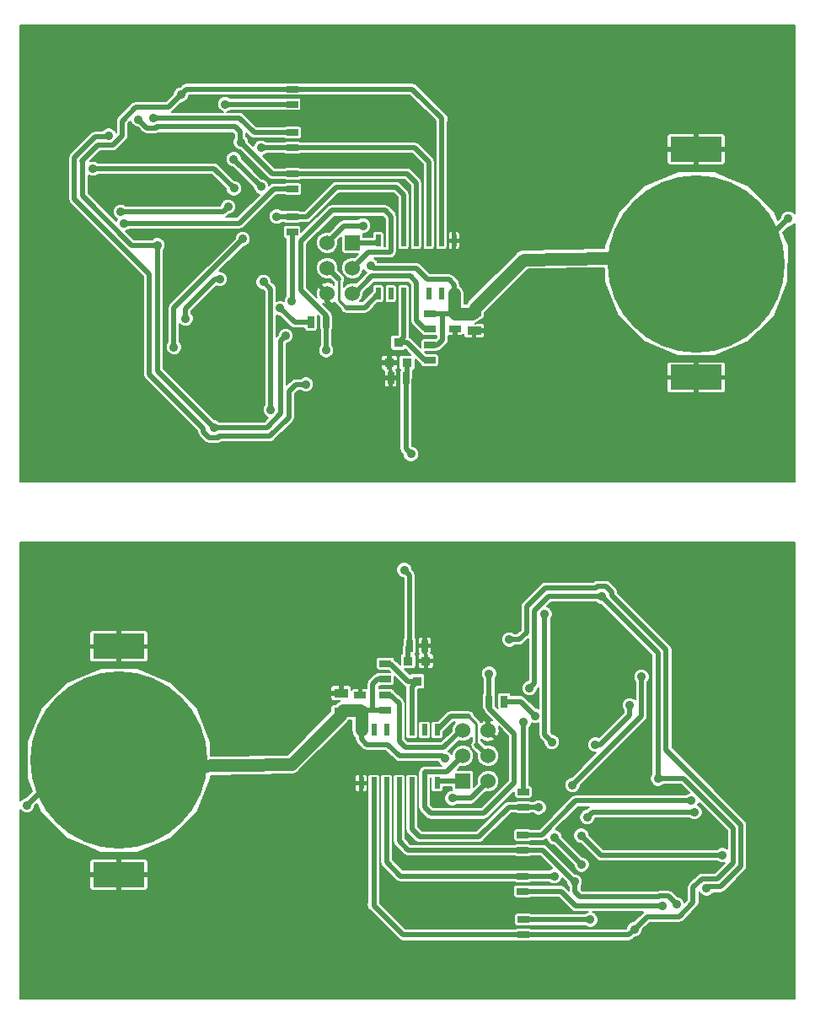
<source format=gbl>
G04 (created by PCBNEW (2013-mar-13)-testing) date Sat 12 Oct 2013 01:57:42 PM CEST*
%MOIN*%
G04 Gerber Fmt 3.4, Leading zero omitted, Abs format*
%FSLAX34Y34*%
G01*
G70*
G90*
G04 APERTURE LIST*
%ADD10C,0.005906*%
%ADD11R,0.045000X0.025000*%
%ADD12R,0.025000X0.045000*%
%ADD13R,0.036000X0.036000*%
%ADD14C,0.700787*%
%ADD15R,0.204724X0.098425*%
%ADD16R,0.020000X0.045000*%
%ADD17R,0.055000X0.035000*%
%ADD18R,0.060000X0.060000*%
%ADD19C,0.060000*%
%ADD20C,0.035000*%
%ADD21C,0.020000*%
%ADD22C,0.010000*%
%ADD23C,0.050000*%
%ADD24C,0.008000*%
G04 APERTURE END LIST*
G54D10*
G54D11*
X22744Y-35378D03*
X22744Y-34778D03*
X22744Y-34128D03*
X22744Y-33528D03*
G54D12*
X23694Y-32828D03*
X24294Y-32828D03*
G54D13*
X24344Y-33428D03*
X23644Y-33428D03*
X23994Y-34228D03*
G54D14*
X12204Y-37352D03*
G54D15*
X12204Y-32854D03*
X12204Y-41870D03*
G54D16*
X21784Y-36158D03*
X22284Y-36158D03*
X22784Y-36158D03*
X23284Y-36158D03*
X23784Y-36158D03*
X24284Y-36158D03*
X24784Y-36158D03*
X24784Y-38258D03*
X24284Y-38258D03*
X23784Y-38258D03*
X23284Y-38258D03*
X22784Y-38258D03*
X22284Y-38258D03*
X21784Y-38258D03*
G54D12*
X27444Y-35028D03*
X26844Y-35028D03*
G54D11*
X28194Y-38603D03*
X28194Y-39203D03*
X28169Y-40303D03*
X28169Y-40903D03*
X28169Y-42528D03*
X28169Y-41928D03*
X28194Y-43653D03*
X28194Y-44253D03*
G54D17*
X20994Y-35453D03*
X20994Y-34703D03*
G54D11*
X21744Y-35378D03*
X21744Y-34778D03*
G54D18*
X25804Y-38178D03*
G54D19*
X26804Y-38178D03*
X25804Y-37178D03*
X26804Y-37178D03*
X25804Y-36178D03*
X26804Y-36178D03*
G54D18*
X21440Y-16900D03*
G54D19*
X20440Y-16900D03*
X21440Y-17900D03*
X20440Y-17900D03*
X21440Y-18900D03*
X20440Y-18900D03*
G54D11*
X25500Y-19700D03*
X25500Y-20300D03*
G54D17*
X26250Y-19625D03*
X26250Y-20375D03*
G54D11*
X19050Y-11425D03*
X19050Y-10825D03*
X19075Y-12550D03*
X19075Y-13150D03*
X19075Y-14775D03*
X19075Y-14175D03*
X19050Y-16475D03*
X19050Y-15875D03*
G54D12*
X19800Y-20050D03*
X20400Y-20050D03*
G54D16*
X25460Y-18920D03*
X24960Y-18920D03*
X24460Y-18920D03*
X23960Y-18920D03*
X23460Y-18920D03*
X22960Y-18920D03*
X22460Y-18920D03*
X22460Y-16820D03*
X22960Y-16820D03*
X23460Y-16820D03*
X23960Y-16820D03*
X24460Y-16820D03*
X24960Y-16820D03*
X25460Y-16820D03*
G54D14*
X35039Y-17726D03*
G54D15*
X35039Y-22224D03*
X35039Y-13208D03*
G54D13*
X22900Y-21650D03*
X23600Y-21650D03*
X23250Y-20850D03*
G54D12*
X23550Y-22250D03*
X22950Y-22250D03*
G54D11*
X24500Y-20950D03*
X24500Y-21550D03*
X24500Y-19700D03*
X24500Y-20300D03*
G54D20*
X28664Y-35598D03*
X18580Y-19480D03*
X30219Y-42153D03*
X34269Y-43053D03*
X35444Y-42418D03*
X27644Y-32578D03*
X19600Y-22500D03*
X11800Y-12660D03*
X12975Y-12025D03*
X17025Y-12925D03*
X32594Y-44028D03*
X33519Y-38078D03*
X28444Y-34503D03*
X31294Y-30878D03*
X15950Y-24200D03*
X18800Y-20575D03*
X13725Y-17000D03*
X14650Y-11050D03*
X30844Y-43653D03*
X16400Y-11425D03*
X28204Y-35858D03*
X19040Y-19220D03*
X36069Y-41103D03*
X30494Y-40328D03*
X32869Y-34053D03*
X30144Y-38328D03*
X30504Y-41478D03*
X29424Y-40398D03*
X28804Y-39218D03*
X18440Y-15860D03*
X17820Y-14680D03*
X16740Y-13600D03*
X17100Y-16750D03*
X14375Y-21025D03*
X16750Y-14750D03*
X11175Y-13975D03*
X30719Y-39603D03*
X34969Y-39403D03*
X26844Y-33928D03*
X20400Y-21150D03*
X12275Y-15675D03*
X16525Y-15475D03*
X33694Y-43103D03*
X13550Y-11975D03*
X23494Y-29828D03*
X23750Y-25250D03*
X34844Y-38953D03*
X12400Y-16125D03*
X29044Y-31578D03*
X29319Y-36628D03*
X31044Y-36738D03*
X32404Y-35178D03*
X29419Y-41928D03*
X17825Y-13150D03*
X14840Y-19900D03*
X16200Y-18340D03*
X17925Y-18450D03*
X18200Y-23500D03*
X8562Y-39133D03*
X25394Y-38853D03*
X25094Y-37278D03*
X22150Y-17800D03*
X21850Y-16225D03*
X38681Y-15944D03*
G54D21*
X22944Y-33528D02*
X23644Y-34228D01*
X23644Y-34228D02*
X23994Y-34228D01*
X22744Y-33528D02*
X22944Y-33528D01*
X23784Y-34438D02*
X23994Y-34228D01*
X23784Y-36158D02*
X23784Y-34438D01*
X23460Y-18920D02*
X23460Y-20640D01*
X23460Y-20640D02*
X23250Y-20850D01*
X24500Y-21550D02*
X24300Y-21550D01*
X23600Y-20850D02*
X23250Y-20850D01*
X24300Y-21550D02*
X23600Y-20850D01*
X26804Y-35819D02*
X26377Y-35393D01*
X26804Y-36178D02*
X26804Y-35819D01*
X20440Y-18900D02*
X20440Y-19258D01*
X20440Y-19258D02*
X20866Y-19685D01*
X28094Y-35028D02*
X28664Y-35598D01*
X27444Y-35028D02*
X28094Y-35028D01*
X19800Y-20050D02*
X19150Y-20050D01*
X19150Y-20050D02*
X18580Y-19480D01*
X23284Y-40538D02*
X23649Y-40903D01*
X23284Y-38258D02*
X23284Y-40538D01*
X30244Y-42178D02*
X30219Y-42153D01*
X28969Y-40903D02*
X30244Y-42178D01*
X28169Y-40903D02*
X28969Y-40903D01*
X23649Y-40903D02*
X28169Y-40903D01*
X30244Y-42558D02*
X30444Y-42758D01*
X30444Y-42758D02*
X33544Y-42758D01*
X33544Y-42758D02*
X33584Y-42718D01*
X33584Y-42718D02*
X33934Y-42718D01*
X33934Y-42718D02*
X34269Y-43053D01*
X30244Y-42178D02*
X30244Y-42558D01*
X35504Y-42358D02*
X35444Y-42418D01*
X36804Y-41538D02*
X35984Y-42358D01*
X36804Y-39898D02*
X36804Y-41538D01*
X33844Y-36938D02*
X36804Y-39898D01*
X33844Y-32978D02*
X33844Y-36938D01*
X31704Y-30838D02*
X33844Y-32978D01*
X31704Y-30718D02*
X31704Y-30838D01*
X31464Y-30478D02*
X31704Y-30718D01*
X31124Y-30478D02*
X31464Y-30478D01*
X31064Y-30538D02*
X31124Y-30478D01*
X29064Y-30538D02*
X31064Y-30538D01*
X28324Y-31278D02*
X29064Y-30538D01*
X28324Y-32298D02*
X28324Y-31278D01*
X28044Y-32578D02*
X28324Y-32298D01*
X27844Y-32578D02*
X28044Y-32578D01*
X27644Y-32578D02*
X27844Y-32578D01*
X35984Y-42358D02*
X35504Y-42358D01*
X11260Y-12720D02*
X11740Y-12720D01*
X19600Y-22500D02*
X19400Y-22500D01*
X19400Y-22500D02*
X19200Y-22500D01*
X19200Y-22500D02*
X18920Y-22780D01*
X18920Y-22780D02*
X18920Y-23800D01*
X18920Y-23800D02*
X18180Y-24540D01*
X18180Y-24540D02*
X16180Y-24540D01*
X16180Y-24540D02*
X16120Y-24600D01*
X16120Y-24600D02*
X15780Y-24600D01*
X15780Y-24600D02*
X15540Y-24360D01*
X15540Y-24360D02*
X15540Y-24240D01*
X15540Y-24240D02*
X13400Y-22100D01*
X13400Y-22100D02*
X13400Y-18140D01*
X13400Y-18140D02*
X10440Y-15180D01*
X10440Y-15180D02*
X10440Y-13540D01*
X10440Y-13540D02*
X11260Y-12720D01*
X11740Y-12720D02*
X11800Y-12660D01*
X17000Y-12900D02*
X17000Y-12520D01*
X13310Y-12360D02*
X12975Y-12025D01*
X13660Y-12360D02*
X13310Y-12360D01*
X13700Y-12320D02*
X13660Y-12360D01*
X16800Y-12320D02*
X13700Y-12320D01*
X17000Y-12520D02*
X16800Y-12320D01*
X23595Y-14175D02*
X19075Y-14175D01*
X19075Y-14175D02*
X18275Y-14175D01*
X18275Y-14175D02*
X17000Y-12900D01*
X17000Y-12900D02*
X17025Y-12925D01*
X23960Y-16820D02*
X23960Y-14540D01*
X23960Y-14540D02*
X23595Y-14175D01*
X34544Y-38078D02*
X33519Y-38078D01*
X36494Y-40028D02*
X34544Y-38078D01*
X36494Y-41403D02*
X36494Y-40028D01*
X36504Y-41393D02*
X36494Y-41403D01*
X34369Y-43528D02*
X34911Y-42986D01*
X33094Y-43528D02*
X34369Y-43528D01*
X32594Y-44028D02*
X33094Y-43528D01*
X28644Y-34303D02*
X28444Y-34503D01*
X28644Y-31428D02*
X28644Y-34303D01*
X29194Y-30878D02*
X28644Y-31428D01*
X31294Y-30878D02*
X29194Y-30878D01*
X33519Y-33103D02*
X31294Y-30878D01*
X33519Y-38078D02*
X33519Y-33103D01*
X32369Y-44253D02*
X32594Y-44028D01*
X28194Y-44253D02*
X32369Y-44253D01*
X23699Y-44253D02*
X28194Y-44253D01*
X23439Y-44253D02*
X23699Y-44253D01*
X22284Y-38258D02*
X22284Y-42803D01*
X34911Y-42986D02*
X34911Y-42498D01*
X34911Y-42391D02*
X35264Y-42038D01*
X35264Y-42038D02*
X35684Y-42038D01*
X35684Y-42038D02*
X35869Y-42038D01*
X35869Y-42038D02*
X36504Y-41403D01*
X36504Y-41403D02*
X36504Y-41393D01*
X34911Y-42498D02*
X34911Y-42391D01*
X22284Y-43098D02*
X23439Y-44253D01*
X22284Y-42803D02*
X22284Y-43098D01*
X24960Y-12275D02*
X24960Y-11980D01*
X24960Y-11980D02*
X23805Y-10825D01*
X12332Y-12580D02*
X12332Y-12687D01*
X10740Y-13675D02*
X10740Y-13684D01*
X11375Y-13040D02*
X10740Y-13675D01*
X11559Y-13040D02*
X11375Y-13040D01*
X11980Y-13040D02*
X11559Y-13040D01*
X12332Y-12687D02*
X11980Y-13040D01*
X12332Y-12092D02*
X12332Y-12580D01*
X24960Y-16820D02*
X24960Y-12275D01*
X23805Y-10825D02*
X23545Y-10825D01*
X23545Y-10825D02*
X19050Y-10825D01*
X19050Y-10825D02*
X14875Y-10825D01*
X14875Y-10825D02*
X14650Y-11050D01*
X13725Y-17000D02*
X13725Y-21975D01*
X13725Y-21975D02*
X15950Y-24200D01*
X15950Y-24200D02*
X18050Y-24200D01*
X18050Y-24200D02*
X18600Y-23650D01*
X18600Y-23650D02*
X18600Y-20775D01*
X18600Y-20775D02*
X18800Y-20575D01*
X14650Y-11050D02*
X14150Y-11550D01*
X14150Y-11550D02*
X12875Y-11550D01*
X12875Y-11550D02*
X12332Y-12092D01*
X10740Y-13684D02*
X10750Y-13675D01*
X10750Y-13675D02*
X10750Y-15050D01*
X10750Y-15050D02*
X12700Y-17000D01*
X12700Y-17000D02*
X13725Y-17000D01*
X28194Y-43653D02*
X30844Y-43653D01*
X19050Y-11425D02*
X16400Y-11425D01*
X28204Y-35858D02*
X28194Y-35868D01*
X28194Y-35868D02*
X28194Y-38603D01*
X19050Y-19210D02*
X19050Y-16475D01*
X19040Y-19220D02*
X19050Y-19210D01*
X36069Y-41103D02*
X31269Y-41103D01*
X31269Y-41103D02*
X30494Y-40328D01*
X32869Y-34053D02*
X32869Y-35603D01*
X32869Y-35603D02*
X30144Y-38328D01*
X30504Y-41478D02*
X29424Y-40398D01*
X28804Y-39218D02*
X28209Y-39218D01*
X28209Y-39218D02*
X28194Y-39203D01*
X28194Y-39203D02*
X27619Y-39203D01*
X26444Y-40378D02*
X27619Y-39203D01*
X24084Y-40378D02*
X26444Y-40378D01*
X23784Y-40078D02*
X24084Y-40378D01*
X23784Y-38258D02*
X23784Y-40078D01*
X23460Y-16820D02*
X23460Y-15000D01*
X23460Y-15000D02*
X23160Y-14700D01*
X23160Y-14700D02*
X20800Y-14700D01*
X20800Y-14700D02*
X19625Y-15875D01*
X19050Y-15875D02*
X19625Y-15875D01*
X19035Y-15860D02*
X19050Y-15875D01*
X18440Y-15860D02*
X19035Y-15860D01*
X16740Y-13600D02*
X17820Y-14680D01*
X14375Y-19475D02*
X17100Y-16750D01*
X14375Y-21025D02*
X14375Y-19475D01*
X15975Y-13975D02*
X16750Y-14750D01*
X11175Y-13975D02*
X15975Y-13975D01*
X24524Y-39458D02*
X25704Y-39458D01*
X24284Y-39218D02*
X24524Y-39458D01*
X24284Y-38258D02*
X24284Y-39218D01*
X24284Y-37828D02*
X24284Y-38258D01*
X24309Y-37803D02*
X25179Y-37803D01*
X24284Y-37828D02*
X24309Y-37803D01*
X30919Y-39403D02*
X30719Y-39603D01*
X34969Y-39403D02*
X30919Y-39403D01*
X26844Y-35028D02*
X26844Y-33928D01*
X26844Y-35298D02*
X27844Y-36298D01*
X26844Y-35028D02*
X26844Y-35298D01*
X25179Y-37803D02*
X25804Y-37178D01*
X27844Y-36298D02*
X27844Y-38238D01*
X27844Y-38238D02*
X26624Y-39458D01*
X26624Y-39458D02*
X25704Y-39458D01*
X20620Y-15620D02*
X21540Y-15620D01*
X19400Y-16840D02*
X20620Y-15620D01*
X19400Y-18780D02*
X19400Y-16840D01*
X22065Y-17275D02*
X21440Y-17900D01*
X20400Y-20050D02*
X20400Y-19780D01*
X20400Y-19780D02*
X19400Y-18780D01*
X20400Y-20050D02*
X20400Y-21150D01*
X12275Y-15675D02*
X16325Y-15675D01*
X16325Y-15675D02*
X16525Y-15475D01*
X22960Y-17250D02*
X22935Y-17275D01*
X22935Y-17275D02*
X22065Y-17275D01*
X22960Y-17250D02*
X22960Y-16820D01*
X22960Y-16820D02*
X22960Y-15860D01*
X22960Y-15860D02*
X22720Y-15620D01*
X22720Y-15620D02*
X21540Y-15620D01*
X33694Y-43103D02*
X30269Y-43103D01*
X29694Y-42528D02*
X30269Y-43103D01*
X28169Y-42528D02*
X29694Y-42528D01*
X19075Y-12550D02*
X17550Y-12550D01*
X17550Y-12550D02*
X16975Y-11975D01*
X13550Y-11975D02*
X16975Y-11975D01*
X23644Y-32878D02*
X23694Y-32828D01*
X23644Y-33428D02*
X23644Y-32878D01*
X23694Y-30028D02*
X23494Y-29828D01*
X23694Y-32828D02*
X23694Y-30028D01*
X23550Y-22250D02*
X23550Y-25050D01*
X23550Y-25050D02*
X23750Y-25250D01*
X23600Y-21650D02*
X23600Y-22200D01*
X23600Y-22200D02*
X23550Y-22250D01*
X28919Y-40303D02*
X30269Y-38953D01*
X30269Y-38953D02*
X34844Y-38953D01*
X28169Y-40303D02*
X28919Y-40303D01*
X19075Y-14775D02*
X18325Y-14775D01*
X16975Y-16125D02*
X12400Y-16125D01*
X18325Y-14775D02*
X16975Y-16125D01*
X29044Y-31578D02*
X29044Y-36353D01*
X29044Y-36353D02*
X29319Y-36628D01*
X29419Y-41928D02*
X28169Y-41928D01*
X23334Y-41928D02*
X28169Y-41928D01*
X32404Y-35578D02*
X31244Y-36738D01*
X31244Y-36738D02*
X31044Y-36738D01*
X32404Y-35178D02*
X32404Y-35578D01*
X22784Y-41378D02*
X23334Y-41928D01*
X22784Y-38258D02*
X22784Y-41378D01*
X24460Y-16820D02*
X24460Y-13700D01*
X24460Y-13700D02*
X23910Y-13150D01*
X14840Y-19900D02*
X14840Y-19500D01*
X16000Y-18340D02*
X16200Y-18340D01*
X14840Y-19500D02*
X16000Y-18340D01*
X23910Y-13150D02*
X19075Y-13150D01*
X17825Y-13150D02*
X19075Y-13150D01*
X18200Y-18725D02*
X17925Y-18450D01*
X18200Y-23500D02*
X18200Y-18725D01*
X24864Y-38178D02*
X24784Y-38258D01*
X25804Y-38178D02*
X24864Y-38178D01*
X21440Y-16900D02*
X22380Y-16900D01*
X22380Y-16900D02*
X22460Y-16820D01*
X26784Y-37178D02*
X26344Y-36738D01*
G54D22*
X26344Y-36738D02*
X26344Y-35918D01*
X26344Y-35918D02*
X26044Y-35618D01*
G54D21*
X26044Y-35618D02*
X25324Y-35618D01*
X25324Y-35618D02*
X24784Y-36158D01*
X26804Y-37178D02*
X26784Y-37178D01*
X20440Y-17900D02*
X20460Y-17900D01*
X21920Y-19460D02*
X22460Y-18920D01*
X21200Y-19460D02*
X21920Y-19460D01*
G54D22*
X20900Y-19160D02*
X21200Y-19460D01*
X20900Y-18340D02*
X20900Y-19160D01*
G54D21*
X20460Y-17900D02*
X20900Y-18340D01*
X23284Y-36618D02*
X23284Y-36158D01*
X23524Y-36858D02*
X23284Y-36618D01*
X25044Y-36858D02*
X23524Y-36858D01*
X25724Y-36178D02*
X25044Y-36858D01*
X25804Y-36178D02*
X25724Y-36178D01*
X22944Y-34778D02*
X23284Y-35118D01*
X23284Y-35118D02*
X23284Y-36158D01*
X23960Y-19960D02*
X23960Y-18920D01*
X24300Y-20300D02*
X23960Y-19960D01*
X21440Y-18900D02*
X21520Y-18900D01*
X21520Y-18900D02*
X22200Y-18220D01*
X22200Y-18220D02*
X23720Y-18220D01*
X23720Y-18220D02*
X23960Y-18460D01*
X23960Y-18460D02*
X23960Y-18920D01*
G54D23*
X19104Y-37438D02*
X19023Y-37519D01*
X20954Y-35588D02*
X19104Y-37438D01*
G54D21*
X21784Y-35418D02*
X21784Y-36158D01*
G54D23*
X21069Y-35378D02*
X21744Y-35378D01*
X20994Y-35453D02*
X21069Y-35378D01*
X21784Y-35418D02*
X21784Y-36158D01*
X21744Y-35378D02*
X21784Y-35418D01*
X12433Y-37623D02*
X12183Y-37373D01*
X19023Y-37519D02*
X12433Y-37623D01*
X19104Y-37438D02*
X19023Y-37519D01*
G54D21*
X10344Y-37352D02*
X12204Y-37352D01*
X10344Y-37352D02*
X8562Y-39133D01*
X22844Y-36728D02*
X21994Y-36728D01*
X21994Y-36728D02*
X21784Y-36518D01*
X21784Y-36518D02*
X21784Y-36158D01*
X26804Y-38178D02*
X26129Y-38853D01*
X26129Y-38853D02*
X25394Y-38853D01*
X22244Y-35378D02*
X21744Y-35378D01*
X22494Y-35378D02*
X22244Y-35378D01*
X22444Y-34128D02*
X22244Y-34328D01*
X22244Y-34328D02*
X22244Y-35378D01*
X22744Y-34128D02*
X22444Y-34128D01*
X22744Y-35378D02*
X21744Y-35378D01*
X25094Y-37278D02*
X24994Y-37178D01*
X24994Y-37178D02*
X23294Y-37178D01*
X23294Y-37178D02*
X22844Y-36728D01*
X23950Y-17900D02*
X24400Y-18350D01*
X22250Y-17900D02*
X23950Y-17900D01*
X22150Y-17800D02*
X22250Y-17900D01*
X24500Y-19700D02*
X25500Y-19700D01*
X24500Y-20950D02*
X24800Y-20950D01*
X25000Y-20750D02*
X25000Y-19700D01*
X24800Y-20950D02*
X25000Y-20750D01*
X24750Y-19700D02*
X25000Y-19700D01*
X25000Y-19700D02*
X25500Y-19700D01*
X21115Y-16225D02*
X21850Y-16225D01*
X20440Y-16900D02*
X21115Y-16225D01*
X25460Y-18560D02*
X25460Y-18920D01*
X25250Y-18350D02*
X25460Y-18560D01*
X24400Y-18350D02*
X25250Y-18350D01*
X36899Y-17726D02*
X38681Y-15944D01*
X36899Y-17726D02*
X35039Y-17726D01*
G54D23*
X28140Y-17640D02*
X28220Y-17559D01*
X28220Y-17559D02*
X34810Y-17455D01*
X34810Y-17455D02*
X35060Y-17705D01*
X25500Y-19700D02*
X25460Y-19660D01*
X25460Y-19660D02*
X25460Y-18920D01*
X26250Y-19625D02*
X26175Y-19700D01*
X26175Y-19700D02*
X25500Y-19700D01*
G54D21*
X25460Y-19660D02*
X25460Y-18920D01*
G54D23*
X26290Y-19490D02*
X28140Y-17640D01*
X28140Y-17640D02*
X28220Y-17559D01*
G54D10*
G36*
X22720Y-17035D02*
X22700Y-17035D01*
X22700Y-17017D01*
X22700Y-16567D01*
X22678Y-16515D01*
X22639Y-16476D01*
X22587Y-16455D01*
X22532Y-16455D01*
X22332Y-16455D01*
X22280Y-16476D01*
X22241Y-16515D01*
X22220Y-16567D01*
X22220Y-16622D01*
X22220Y-16660D01*
X21880Y-16660D01*
X21880Y-16572D01*
X21866Y-16540D01*
X21912Y-16540D01*
X22028Y-16492D01*
X22116Y-16403D01*
X22164Y-16287D01*
X22165Y-16162D01*
X22117Y-16046D01*
X22028Y-15958D01*
X21912Y-15910D01*
X21787Y-15909D01*
X21671Y-15957D01*
X21644Y-15985D01*
X21115Y-15985D01*
X21023Y-16003D01*
X20945Y-16055D01*
X20536Y-16463D01*
X20527Y-16460D01*
X20352Y-16459D01*
X20191Y-16526D01*
X20067Y-16650D01*
X20000Y-16812D01*
X19999Y-16987D01*
X20066Y-17148D01*
X20190Y-17272D01*
X20352Y-17339D01*
X20527Y-17340D01*
X20688Y-17273D01*
X20812Y-17149D01*
X20879Y-16987D01*
X20880Y-16812D01*
X20876Y-16803D01*
X21000Y-16679D01*
X21000Y-17227D01*
X21021Y-17279D01*
X21060Y-17318D01*
X21112Y-17340D01*
X21167Y-17340D01*
X21660Y-17340D01*
X21536Y-17463D01*
X21527Y-17460D01*
X21352Y-17459D01*
X21191Y-17526D01*
X21067Y-17650D01*
X21000Y-17812D01*
X20999Y-17987D01*
X21066Y-18148D01*
X21190Y-18272D01*
X21352Y-18339D01*
X21527Y-18340D01*
X21688Y-18273D01*
X21812Y-18149D01*
X21879Y-17987D01*
X21879Y-17971D01*
X21882Y-17978D01*
X21971Y-18066D01*
X22001Y-18079D01*
X21593Y-18487D01*
X21527Y-18460D01*
X21352Y-18459D01*
X21191Y-18526D01*
X21090Y-18627D01*
X21090Y-18479D01*
X21121Y-18431D01*
X21140Y-18340D01*
X21121Y-18248D01*
X21069Y-18170D01*
X20879Y-17980D01*
X20880Y-17812D01*
X20813Y-17651D01*
X20689Y-17527D01*
X20527Y-17460D01*
X20352Y-17459D01*
X20191Y-17526D01*
X20067Y-17650D01*
X20000Y-17812D01*
X19999Y-17987D01*
X20066Y-18148D01*
X20190Y-18272D01*
X20352Y-18339D01*
X20527Y-18340D01*
X20550Y-18330D01*
X20710Y-18489D01*
X20710Y-18545D01*
X20686Y-18568D01*
X20652Y-18505D01*
X20485Y-18453D01*
X20311Y-18470D01*
X20227Y-18505D01*
X20193Y-18568D01*
X20440Y-18815D01*
X20445Y-18809D01*
X20530Y-18894D01*
X20524Y-18900D01*
X20530Y-18905D01*
X20445Y-18990D01*
X20440Y-18984D01*
X20434Y-18990D01*
X20349Y-18905D01*
X20355Y-18900D01*
X20108Y-18653D01*
X20045Y-18687D01*
X19993Y-18854D01*
X20010Y-19028D01*
X20025Y-19066D01*
X19640Y-18680D01*
X19640Y-16939D01*
X20719Y-15860D01*
X21540Y-15860D01*
X22620Y-15860D01*
X22720Y-15959D01*
X22720Y-16567D01*
X22720Y-16622D01*
X22720Y-16820D01*
X22720Y-17035D01*
X22720Y-17035D01*
G37*
G54D24*
X22720Y-17035D02*
X22700Y-17035D01*
X22700Y-17017D01*
X22700Y-16567D01*
X22678Y-16515D01*
X22639Y-16476D01*
X22587Y-16455D01*
X22532Y-16455D01*
X22332Y-16455D01*
X22280Y-16476D01*
X22241Y-16515D01*
X22220Y-16567D01*
X22220Y-16622D01*
X22220Y-16660D01*
X21880Y-16660D01*
X21880Y-16572D01*
X21866Y-16540D01*
X21912Y-16540D01*
X22028Y-16492D01*
X22116Y-16403D01*
X22164Y-16287D01*
X22165Y-16162D01*
X22117Y-16046D01*
X22028Y-15958D01*
X21912Y-15910D01*
X21787Y-15909D01*
X21671Y-15957D01*
X21644Y-15985D01*
X21115Y-15985D01*
X21023Y-16003D01*
X20945Y-16055D01*
X20536Y-16463D01*
X20527Y-16460D01*
X20352Y-16459D01*
X20191Y-16526D01*
X20067Y-16650D01*
X20000Y-16812D01*
X19999Y-16987D01*
X20066Y-17148D01*
X20190Y-17272D01*
X20352Y-17339D01*
X20527Y-17340D01*
X20688Y-17273D01*
X20812Y-17149D01*
X20879Y-16987D01*
X20880Y-16812D01*
X20876Y-16803D01*
X21000Y-16679D01*
X21000Y-17227D01*
X21021Y-17279D01*
X21060Y-17318D01*
X21112Y-17340D01*
X21167Y-17340D01*
X21660Y-17340D01*
X21536Y-17463D01*
X21527Y-17460D01*
X21352Y-17459D01*
X21191Y-17526D01*
X21067Y-17650D01*
X21000Y-17812D01*
X20999Y-17987D01*
X21066Y-18148D01*
X21190Y-18272D01*
X21352Y-18339D01*
X21527Y-18340D01*
X21688Y-18273D01*
X21812Y-18149D01*
X21879Y-17987D01*
X21879Y-17971D01*
X21882Y-17978D01*
X21971Y-18066D01*
X22001Y-18079D01*
X21593Y-18487D01*
X21527Y-18460D01*
X21352Y-18459D01*
X21191Y-18526D01*
X21090Y-18627D01*
X21090Y-18479D01*
X21121Y-18431D01*
X21140Y-18340D01*
X21121Y-18248D01*
X21069Y-18170D01*
X20879Y-17980D01*
X20880Y-17812D01*
X20813Y-17651D01*
X20689Y-17527D01*
X20527Y-17460D01*
X20352Y-17459D01*
X20191Y-17526D01*
X20067Y-17650D01*
X20000Y-17812D01*
X19999Y-17987D01*
X20066Y-18148D01*
X20190Y-18272D01*
X20352Y-18339D01*
X20527Y-18340D01*
X20550Y-18330D01*
X20710Y-18489D01*
X20710Y-18545D01*
X20686Y-18568D01*
X20652Y-18505D01*
X20485Y-18453D01*
X20311Y-18470D01*
X20227Y-18505D01*
X20193Y-18568D01*
X20440Y-18815D01*
X20445Y-18809D01*
X20530Y-18894D01*
X20524Y-18900D01*
X20530Y-18905D01*
X20445Y-18990D01*
X20440Y-18984D01*
X20434Y-18990D01*
X20349Y-18905D01*
X20355Y-18900D01*
X20108Y-18653D01*
X20045Y-18687D01*
X19993Y-18854D01*
X20010Y-19028D01*
X20025Y-19066D01*
X19640Y-18680D01*
X19640Y-16939D01*
X20719Y-15860D01*
X21540Y-15860D01*
X22620Y-15860D01*
X22720Y-15959D01*
X22720Y-16567D01*
X22720Y-16622D01*
X22720Y-16820D01*
X22720Y-17035D01*
G54D10*
G36*
X38936Y-26337D02*
X36202Y-26337D01*
X36202Y-22744D01*
X36202Y-22319D01*
X36202Y-22129D01*
X36202Y-21704D01*
X36181Y-21652D01*
X36142Y-21613D01*
X36090Y-21592D01*
X36035Y-21592D01*
X35134Y-21592D01*
X35099Y-21627D01*
X35099Y-22164D01*
X36167Y-22164D01*
X36202Y-22129D01*
X36202Y-22319D01*
X36167Y-22284D01*
X35099Y-22284D01*
X35099Y-22821D01*
X35134Y-22856D01*
X36035Y-22856D01*
X36090Y-22856D01*
X36142Y-22835D01*
X36181Y-22795D01*
X36202Y-22744D01*
X36202Y-26337D01*
X34979Y-26337D01*
X34979Y-22821D01*
X34979Y-22284D01*
X34979Y-22164D01*
X34979Y-21627D01*
X34944Y-21592D01*
X34043Y-21592D01*
X33987Y-21592D01*
X33936Y-21613D01*
X33897Y-21652D01*
X33875Y-21704D01*
X33875Y-22129D01*
X33910Y-22164D01*
X34979Y-22164D01*
X34979Y-22284D01*
X33910Y-22284D01*
X33875Y-22319D01*
X33875Y-22744D01*
X33897Y-22795D01*
X33936Y-22835D01*
X33987Y-22856D01*
X34043Y-22856D01*
X34944Y-22856D01*
X34979Y-22821D01*
X34979Y-26337D01*
X26665Y-26337D01*
X26665Y-20577D01*
X26665Y-20470D01*
X26630Y-20435D01*
X26310Y-20435D01*
X26310Y-20655D01*
X26345Y-20690D01*
X26497Y-20690D01*
X26552Y-20690D01*
X26604Y-20668D01*
X26643Y-20629D01*
X26665Y-20577D01*
X26665Y-26337D01*
X26190Y-26337D01*
X23220Y-26337D01*
X23220Y-21857D01*
X23220Y-21802D01*
X23220Y-21745D01*
X23220Y-21555D01*
X23220Y-21497D01*
X23220Y-21442D01*
X23198Y-21390D01*
X23159Y-21351D01*
X23107Y-21330D01*
X22995Y-21330D01*
X22960Y-21365D01*
X22960Y-21590D01*
X23185Y-21590D01*
X23220Y-21555D01*
X23220Y-21745D01*
X23185Y-21710D01*
X22960Y-21710D01*
X22960Y-21935D01*
X22995Y-21970D01*
X23010Y-21970D01*
X23010Y-22190D01*
X23180Y-22190D01*
X23215Y-22155D01*
X23215Y-22052D01*
X23215Y-21997D01*
X23193Y-21945D01*
X23177Y-21930D01*
X23198Y-21909D01*
X23220Y-21857D01*
X23220Y-26337D01*
X23215Y-26337D01*
X23215Y-22502D01*
X23215Y-22447D01*
X23215Y-22345D01*
X23180Y-22310D01*
X23010Y-22310D01*
X23010Y-22580D01*
X23045Y-22615D01*
X23102Y-22615D01*
X23154Y-22593D01*
X23193Y-22554D01*
X23215Y-22502D01*
X23215Y-26337D01*
X22890Y-26337D01*
X22890Y-22580D01*
X22890Y-22310D01*
X22890Y-22190D01*
X22890Y-21920D01*
X22855Y-21885D01*
X22840Y-21885D01*
X22840Y-21710D01*
X22840Y-21590D01*
X22840Y-21365D01*
X22805Y-21330D01*
X22692Y-21330D01*
X22640Y-21351D01*
X22601Y-21390D01*
X22580Y-21442D01*
X22580Y-21497D01*
X22580Y-21555D01*
X22615Y-21590D01*
X22840Y-21590D01*
X22840Y-21710D01*
X22615Y-21710D01*
X22580Y-21745D01*
X22580Y-21802D01*
X22580Y-21857D01*
X22601Y-21909D01*
X22640Y-21948D01*
X22692Y-21970D01*
X22696Y-21970D01*
X22685Y-21997D01*
X22685Y-22052D01*
X22685Y-22155D01*
X22720Y-22190D01*
X22890Y-22190D01*
X22890Y-22310D01*
X22720Y-22310D01*
X22685Y-22345D01*
X22685Y-22447D01*
X22685Y-22502D01*
X22706Y-22554D01*
X22745Y-22593D01*
X22797Y-22615D01*
X22855Y-22615D01*
X22890Y-22580D01*
X22890Y-26337D01*
X8307Y-26337D01*
X8307Y-8307D01*
X38936Y-8307D01*
X38936Y-15754D01*
X38859Y-15677D01*
X38744Y-15629D01*
X38618Y-15629D01*
X38502Y-15677D01*
X38414Y-15766D01*
X38366Y-15881D01*
X38366Y-15920D01*
X38273Y-16012D01*
X38130Y-15664D01*
X37106Y-14638D01*
X36202Y-14263D01*
X36202Y-13728D01*
X36202Y-13303D01*
X36202Y-13113D01*
X36202Y-12688D01*
X36181Y-12637D01*
X36142Y-12597D01*
X36090Y-12576D01*
X36035Y-12576D01*
X35134Y-12576D01*
X35099Y-12611D01*
X35099Y-13148D01*
X36167Y-13148D01*
X36202Y-13113D01*
X36202Y-13303D01*
X36167Y-13268D01*
X35099Y-13268D01*
X35099Y-13805D01*
X35134Y-13840D01*
X36035Y-13840D01*
X36090Y-13840D01*
X36142Y-13819D01*
X36181Y-13780D01*
X36202Y-13728D01*
X36202Y-14263D01*
X35767Y-14083D01*
X34979Y-14082D01*
X34979Y-13805D01*
X34979Y-13268D01*
X34979Y-13148D01*
X34979Y-12611D01*
X34944Y-12576D01*
X34043Y-12576D01*
X33987Y-12576D01*
X33936Y-12597D01*
X33897Y-12637D01*
X33875Y-12688D01*
X33875Y-13113D01*
X33910Y-13148D01*
X34979Y-13148D01*
X34979Y-13268D01*
X33910Y-13268D01*
X33875Y-13303D01*
X33875Y-13728D01*
X33897Y-13780D01*
X33936Y-13819D01*
X33987Y-13840D01*
X34043Y-13840D01*
X34944Y-13840D01*
X34979Y-13805D01*
X34979Y-14082D01*
X34317Y-14081D01*
X32977Y-14635D01*
X31951Y-15659D01*
X31396Y-16998D01*
X31395Y-17119D01*
X28214Y-17169D01*
X28143Y-17184D01*
X28071Y-17198D01*
X28069Y-17200D01*
X28066Y-17201D01*
X28005Y-17242D01*
X27945Y-17283D01*
X27864Y-17364D01*
X26014Y-19214D01*
X25950Y-19310D01*
X25947Y-19310D01*
X25850Y-19310D01*
X25850Y-18920D01*
X25820Y-18770D01*
X25735Y-18644D01*
X25700Y-18620D01*
X25700Y-18560D01*
X25700Y-17072D01*
X25700Y-17017D01*
X25700Y-16915D01*
X25700Y-16725D01*
X25700Y-16622D01*
X25700Y-16567D01*
X25678Y-16515D01*
X25639Y-16476D01*
X25587Y-16455D01*
X25545Y-16455D01*
X25510Y-16490D01*
X25510Y-16760D01*
X25665Y-16760D01*
X25700Y-16725D01*
X25700Y-16915D01*
X25665Y-16880D01*
X25510Y-16880D01*
X25510Y-17150D01*
X25545Y-17185D01*
X25587Y-17185D01*
X25639Y-17163D01*
X25678Y-17124D01*
X25700Y-17072D01*
X25700Y-18560D01*
X25681Y-18468D01*
X25681Y-18468D01*
X25660Y-18436D01*
X25629Y-18390D01*
X25419Y-18180D01*
X25410Y-18173D01*
X25410Y-17150D01*
X25410Y-16880D01*
X25410Y-16760D01*
X25410Y-16490D01*
X25375Y-16455D01*
X25332Y-16455D01*
X25280Y-16476D01*
X25241Y-16515D01*
X25220Y-16567D01*
X25220Y-16622D01*
X25220Y-16725D01*
X25255Y-16760D01*
X25410Y-16760D01*
X25410Y-16880D01*
X25255Y-16880D01*
X25220Y-16915D01*
X25220Y-17017D01*
X25220Y-17072D01*
X25241Y-17124D01*
X25280Y-17163D01*
X25332Y-17185D01*
X25375Y-17185D01*
X25410Y-17150D01*
X25410Y-18173D01*
X25341Y-18128D01*
X25250Y-18110D01*
X24499Y-18110D01*
X24119Y-17730D01*
X24041Y-17678D01*
X23950Y-17660D01*
X23700Y-17660D01*
X23700Y-17072D01*
X23700Y-17017D01*
X23700Y-16820D01*
X23700Y-16567D01*
X23700Y-15000D01*
X23681Y-14908D01*
X23629Y-14830D01*
X23329Y-14530D01*
X23251Y-14478D01*
X23160Y-14460D01*
X20800Y-14460D01*
X20708Y-14478D01*
X20630Y-14530D01*
X19525Y-15635D01*
X19357Y-15635D01*
X19354Y-15631D01*
X19302Y-15610D01*
X19247Y-15610D01*
X18797Y-15610D01*
X18773Y-15620D01*
X18645Y-15620D01*
X18618Y-15593D01*
X18502Y-15545D01*
X18377Y-15544D01*
X18261Y-15592D01*
X18173Y-15681D01*
X18125Y-15797D01*
X18124Y-15922D01*
X18172Y-16038D01*
X18261Y-16126D01*
X18377Y-16174D01*
X18502Y-16175D01*
X18618Y-16127D01*
X18645Y-16100D01*
X18727Y-16100D01*
X18745Y-16118D01*
X18797Y-16140D01*
X18852Y-16140D01*
X19302Y-16140D01*
X19354Y-16118D01*
X19357Y-16115D01*
X19625Y-16115D01*
X19716Y-16096D01*
X19794Y-16044D01*
X20899Y-14940D01*
X23060Y-14940D01*
X23220Y-15099D01*
X23220Y-16567D01*
X23220Y-16622D01*
X23220Y-16820D01*
X23220Y-17072D01*
X23241Y-17124D01*
X23280Y-17163D01*
X23332Y-17185D01*
X23387Y-17185D01*
X23587Y-17185D01*
X23639Y-17163D01*
X23678Y-17124D01*
X23700Y-17072D01*
X23700Y-17660D01*
X22432Y-17660D01*
X22417Y-17621D01*
X22328Y-17533D01*
X22285Y-17515D01*
X22935Y-17515D01*
X23026Y-17496D01*
X23104Y-17444D01*
X23129Y-17419D01*
X23129Y-17419D01*
X23160Y-17373D01*
X23181Y-17341D01*
X23181Y-17341D01*
X23200Y-17250D01*
X23200Y-17072D01*
X23200Y-17017D01*
X23200Y-16820D01*
X23200Y-16567D01*
X23200Y-15860D01*
X23181Y-15768D01*
X23181Y-15768D01*
X23160Y-15736D01*
X23129Y-15690D01*
X22889Y-15450D01*
X22811Y-15398D01*
X22720Y-15380D01*
X21540Y-15380D01*
X20620Y-15380D01*
X20528Y-15398D01*
X20450Y-15450D01*
X19415Y-16485D01*
X19415Y-16322D01*
X19393Y-16270D01*
X19354Y-16231D01*
X19302Y-16210D01*
X19247Y-16210D01*
X18797Y-16210D01*
X18745Y-16231D01*
X18706Y-16270D01*
X18685Y-16322D01*
X18685Y-16377D01*
X18685Y-16627D01*
X18706Y-16679D01*
X18745Y-16718D01*
X18797Y-16740D01*
X18810Y-16740D01*
X18810Y-19004D01*
X18773Y-19041D01*
X18725Y-19157D01*
X18725Y-19199D01*
X18642Y-19165D01*
X18517Y-19164D01*
X18440Y-19197D01*
X18440Y-18725D01*
X18421Y-18633D01*
X18369Y-18555D01*
X18240Y-18425D01*
X18240Y-18387D01*
X18192Y-18271D01*
X18103Y-18183D01*
X17987Y-18135D01*
X17862Y-18134D01*
X17746Y-18182D01*
X17658Y-18271D01*
X17610Y-18387D01*
X17609Y-18512D01*
X17657Y-18628D01*
X17746Y-18716D01*
X17862Y-18764D01*
X17900Y-18764D01*
X17960Y-18824D01*
X17960Y-23294D01*
X17933Y-23321D01*
X17885Y-23437D01*
X17884Y-23562D01*
X17932Y-23678D01*
X18021Y-23766D01*
X18107Y-23802D01*
X17950Y-23960D01*
X17415Y-23960D01*
X17415Y-16687D01*
X17367Y-16571D01*
X17278Y-16483D01*
X17162Y-16435D01*
X17037Y-16434D01*
X16921Y-16482D01*
X16833Y-16571D01*
X16785Y-16687D01*
X16785Y-16725D01*
X14205Y-19305D01*
X14153Y-19383D01*
X14135Y-19475D01*
X14135Y-20819D01*
X14108Y-20846D01*
X14060Y-20962D01*
X14059Y-21087D01*
X14107Y-21203D01*
X14196Y-21291D01*
X14312Y-21339D01*
X14437Y-21340D01*
X14553Y-21292D01*
X14641Y-21203D01*
X14689Y-21087D01*
X14690Y-20962D01*
X14642Y-20846D01*
X14615Y-20819D01*
X14615Y-20120D01*
X14661Y-20166D01*
X14777Y-20214D01*
X14902Y-20215D01*
X15018Y-20167D01*
X15106Y-20078D01*
X15154Y-19962D01*
X15155Y-19837D01*
X15107Y-19721D01*
X15080Y-19694D01*
X15080Y-19599D01*
X16057Y-18621D01*
X16137Y-18654D01*
X16262Y-18655D01*
X16378Y-18607D01*
X16466Y-18518D01*
X16514Y-18402D01*
X16515Y-18277D01*
X16467Y-18161D01*
X16378Y-18073D01*
X16262Y-18025D01*
X16164Y-18024D01*
X17124Y-17065D01*
X17162Y-17065D01*
X17278Y-17017D01*
X17366Y-16928D01*
X17414Y-16812D01*
X17415Y-16687D01*
X17415Y-23960D01*
X16155Y-23960D01*
X16128Y-23933D01*
X16012Y-23885D01*
X15974Y-23885D01*
X13965Y-21875D01*
X13965Y-17205D01*
X13991Y-17178D01*
X14039Y-17062D01*
X14040Y-16937D01*
X13992Y-16821D01*
X13903Y-16733D01*
X13787Y-16685D01*
X13662Y-16684D01*
X13546Y-16732D01*
X13519Y-16760D01*
X12799Y-16760D01*
X12474Y-16435D01*
X12578Y-16392D01*
X12605Y-16365D01*
X16975Y-16365D01*
X17066Y-16346D01*
X17144Y-16294D01*
X18424Y-15015D01*
X18767Y-15015D01*
X18770Y-15018D01*
X18822Y-15040D01*
X18877Y-15040D01*
X19327Y-15040D01*
X19379Y-15018D01*
X19418Y-14979D01*
X19440Y-14927D01*
X19440Y-14872D01*
X19440Y-14622D01*
X19418Y-14570D01*
X19379Y-14531D01*
X19327Y-14510D01*
X19272Y-14510D01*
X18822Y-14510D01*
X18770Y-14531D01*
X18767Y-14535D01*
X18325Y-14535D01*
X18233Y-14553D01*
X18155Y-14605D01*
X18135Y-14625D01*
X18135Y-14617D01*
X18087Y-14501D01*
X17998Y-14413D01*
X17882Y-14365D01*
X17844Y-14365D01*
X17055Y-13575D01*
X17055Y-13537D01*
X17007Y-13421D01*
X16918Y-13333D01*
X16802Y-13285D01*
X16677Y-13284D01*
X16561Y-13332D01*
X16473Y-13421D01*
X16425Y-13537D01*
X16424Y-13662D01*
X16472Y-13778D01*
X16561Y-13866D01*
X16677Y-13914D01*
X16715Y-13914D01*
X17504Y-14704D01*
X17504Y-14742D01*
X17552Y-14858D01*
X17641Y-14946D01*
X17757Y-14994D01*
X17765Y-14994D01*
X16875Y-15885D01*
X16434Y-15885D01*
X16494Y-15844D01*
X16549Y-15790D01*
X16587Y-15790D01*
X16703Y-15742D01*
X16791Y-15653D01*
X16839Y-15537D01*
X16840Y-15412D01*
X16792Y-15296D01*
X16703Y-15208D01*
X16587Y-15160D01*
X16462Y-15159D01*
X16346Y-15207D01*
X16258Y-15296D01*
X16210Y-15412D01*
X16210Y-15435D01*
X12480Y-15435D01*
X12453Y-15408D01*
X12337Y-15360D01*
X12212Y-15359D01*
X12096Y-15407D01*
X12008Y-15496D01*
X11960Y-15612D01*
X11959Y-15737D01*
X12007Y-15853D01*
X12096Y-15941D01*
X12129Y-15955D01*
X12089Y-16050D01*
X10990Y-14950D01*
X10990Y-14235D01*
X10996Y-14241D01*
X11112Y-14289D01*
X11237Y-14290D01*
X11353Y-14242D01*
X11380Y-14215D01*
X15875Y-14215D01*
X16434Y-14774D01*
X16434Y-14812D01*
X16482Y-14928D01*
X16571Y-15016D01*
X16687Y-15064D01*
X16812Y-15065D01*
X16928Y-15017D01*
X17016Y-14928D01*
X17064Y-14812D01*
X17065Y-14687D01*
X17017Y-14571D01*
X16928Y-14483D01*
X16812Y-14435D01*
X16774Y-14435D01*
X16144Y-13805D01*
X16066Y-13753D01*
X15975Y-13735D01*
X11380Y-13735D01*
X11353Y-13708D01*
X11237Y-13660D01*
X11112Y-13659D01*
X11081Y-13672D01*
X11474Y-13280D01*
X11559Y-13280D01*
X11980Y-13280D01*
X12071Y-13261D01*
X12149Y-13209D01*
X12502Y-12857D01*
X12554Y-12779D01*
X12572Y-12687D01*
X12572Y-12580D01*
X12572Y-12191D01*
X12664Y-12099D01*
X12707Y-12203D01*
X12796Y-12291D01*
X12912Y-12339D01*
X12950Y-12339D01*
X13140Y-12529D01*
X13140Y-12529D01*
X13218Y-12581D01*
X13310Y-12600D01*
X13660Y-12600D01*
X13751Y-12581D01*
X13784Y-12560D01*
X16700Y-12560D01*
X16760Y-12619D01*
X16760Y-12744D01*
X16758Y-12746D01*
X16710Y-12862D01*
X16709Y-12987D01*
X16757Y-13103D01*
X16846Y-13191D01*
X16962Y-13239D01*
X17000Y-13239D01*
X18105Y-14344D01*
X18151Y-14375D01*
X18183Y-14396D01*
X18183Y-14396D01*
X18275Y-14415D01*
X18767Y-14415D01*
X18770Y-14418D01*
X18822Y-14440D01*
X18877Y-14440D01*
X19327Y-14440D01*
X19379Y-14418D01*
X19382Y-14415D01*
X23495Y-14415D01*
X23720Y-14639D01*
X23720Y-16567D01*
X23720Y-16622D01*
X23720Y-16820D01*
X23720Y-17072D01*
X23741Y-17124D01*
X23780Y-17163D01*
X23832Y-17185D01*
X23887Y-17185D01*
X24087Y-17185D01*
X24139Y-17163D01*
X24178Y-17124D01*
X24200Y-17072D01*
X24200Y-17017D01*
X24200Y-16820D01*
X24200Y-16567D01*
X24200Y-14540D01*
X24181Y-14448D01*
X24129Y-14370D01*
X24129Y-14370D01*
X23764Y-14005D01*
X23686Y-13953D01*
X23595Y-13935D01*
X19382Y-13935D01*
X19379Y-13931D01*
X19327Y-13910D01*
X19272Y-13910D01*
X18822Y-13910D01*
X18770Y-13931D01*
X18767Y-13935D01*
X18374Y-13935D01*
X17899Y-13460D01*
X18003Y-13417D01*
X18030Y-13390D01*
X18767Y-13390D01*
X18770Y-13393D01*
X18822Y-13415D01*
X18877Y-13415D01*
X19327Y-13415D01*
X19379Y-13393D01*
X19382Y-13390D01*
X23810Y-13390D01*
X24220Y-13799D01*
X24220Y-16567D01*
X24220Y-16622D01*
X24220Y-16820D01*
X24220Y-17072D01*
X24241Y-17124D01*
X24280Y-17163D01*
X24332Y-17185D01*
X24387Y-17185D01*
X24587Y-17185D01*
X24639Y-17163D01*
X24678Y-17124D01*
X24700Y-17072D01*
X24700Y-17017D01*
X24700Y-16820D01*
X24700Y-16567D01*
X24700Y-13700D01*
X24681Y-13608D01*
X24629Y-13530D01*
X24629Y-13530D01*
X24079Y-12980D01*
X24001Y-12928D01*
X23910Y-12910D01*
X19382Y-12910D01*
X19379Y-12906D01*
X19327Y-12885D01*
X19272Y-12885D01*
X18822Y-12885D01*
X18770Y-12906D01*
X18767Y-12910D01*
X18030Y-12910D01*
X18003Y-12883D01*
X17887Y-12835D01*
X17762Y-12834D01*
X17646Y-12882D01*
X17558Y-12971D01*
X17514Y-13075D01*
X17340Y-12900D01*
X17340Y-12862D01*
X17292Y-12746D01*
X17240Y-12694D01*
X17240Y-12579D01*
X17380Y-12719D01*
X17458Y-12771D01*
X17550Y-12790D01*
X18767Y-12790D01*
X18770Y-12793D01*
X18822Y-12815D01*
X18877Y-12815D01*
X19327Y-12815D01*
X19379Y-12793D01*
X19418Y-12754D01*
X19440Y-12702D01*
X19440Y-12647D01*
X19440Y-12397D01*
X19418Y-12345D01*
X19379Y-12306D01*
X19327Y-12285D01*
X19272Y-12285D01*
X18822Y-12285D01*
X18770Y-12306D01*
X18767Y-12310D01*
X17649Y-12310D01*
X17144Y-11805D01*
X17066Y-11753D01*
X16975Y-11735D01*
X16474Y-11735D01*
X16578Y-11692D01*
X16605Y-11665D01*
X18742Y-11665D01*
X18745Y-11668D01*
X18797Y-11690D01*
X18852Y-11690D01*
X19302Y-11690D01*
X19354Y-11668D01*
X19393Y-11629D01*
X19415Y-11577D01*
X19415Y-11522D01*
X19415Y-11272D01*
X19393Y-11220D01*
X19354Y-11181D01*
X19302Y-11160D01*
X19247Y-11160D01*
X18797Y-11160D01*
X18745Y-11181D01*
X18742Y-11185D01*
X16605Y-11185D01*
X16578Y-11158D01*
X16462Y-11110D01*
X16337Y-11109D01*
X16221Y-11157D01*
X16133Y-11246D01*
X16085Y-11362D01*
X16084Y-11487D01*
X16132Y-11603D01*
X16221Y-11691D01*
X16325Y-11735D01*
X14296Y-11735D01*
X14319Y-11719D01*
X14674Y-11365D01*
X14712Y-11365D01*
X14828Y-11317D01*
X14916Y-11228D01*
X14964Y-11112D01*
X14964Y-11074D01*
X14974Y-11065D01*
X18742Y-11065D01*
X18745Y-11068D01*
X18797Y-11090D01*
X18852Y-11090D01*
X19302Y-11090D01*
X19354Y-11068D01*
X19357Y-11065D01*
X23545Y-11065D01*
X23705Y-11065D01*
X24720Y-12079D01*
X24720Y-16567D01*
X24720Y-16622D01*
X24720Y-16820D01*
X24720Y-17072D01*
X24741Y-17124D01*
X24780Y-17163D01*
X24832Y-17185D01*
X24887Y-17185D01*
X25087Y-17185D01*
X25139Y-17163D01*
X25178Y-17124D01*
X25200Y-17072D01*
X25200Y-17017D01*
X25200Y-16820D01*
X25200Y-16567D01*
X25200Y-12144D01*
X25221Y-12111D01*
X25221Y-12111D01*
X25239Y-12020D01*
X25240Y-12020D01*
X25240Y-12000D01*
X25221Y-11908D01*
X25169Y-11830D01*
X25109Y-11790D01*
X23974Y-10655D01*
X23896Y-10603D01*
X23805Y-10585D01*
X23545Y-10585D01*
X19357Y-10585D01*
X19354Y-10581D01*
X19302Y-10560D01*
X19247Y-10560D01*
X18797Y-10560D01*
X18745Y-10581D01*
X18742Y-10585D01*
X14875Y-10585D01*
X14783Y-10603D01*
X14705Y-10655D01*
X14625Y-10734D01*
X14587Y-10734D01*
X14471Y-10782D01*
X14383Y-10871D01*
X14335Y-10987D01*
X14335Y-11025D01*
X14050Y-11310D01*
X12875Y-11310D01*
X12783Y-11328D01*
X12751Y-11349D01*
X12705Y-11380D01*
X12162Y-11922D01*
X12110Y-12000D01*
X12092Y-12092D01*
X12092Y-12543D01*
X12067Y-12481D01*
X11978Y-12393D01*
X11862Y-12345D01*
X11737Y-12344D01*
X11621Y-12392D01*
X11534Y-12480D01*
X11260Y-12480D01*
X11168Y-12498D01*
X11090Y-12550D01*
X10270Y-13370D01*
X10218Y-13448D01*
X10200Y-13540D01*
X10200Y-15180D01*
X10218Y-15271D01*
X10270Y-15349D01*
X13160Y-18239D01*
X13160Y-22100D01*
X13178Y-22191D01*
X13230Y-22269D01*
X15300Y-24339D01*
X15300Y-24360D01*
X15318Y-24451D01*
X15370Y-24529D01*
X15610Y-24769D01*
X15656Y-24800D01*
X15688Y-24821D01*
X15688Y-24821D01*
X15780Y-24840D01*
X16120Y-24840D01*
X16211Y-24821D01*
X16274Y-24780D01*
X18180Y-24780D01*
X18271Y-24761D01*
X18349Y-24709D01*
X19089Y-23969D01*
X19141Y-23891D01*
X19160Y-23800D01*
X19160Y-22879D01*
X19299Y-22740D01*
X19394Y-22740D01*
X19421Y-22766D01*
X19537Y-22814D01*
X19662Y-22815D01*
X19778Y-22767D01*
X19866Y-22678D01*
X19914Y-22562D01*
X19915Y-22437D01*
X19867Y-22321D01*
X19778Y-22233D01*
X19662Y-22185D01*
X19537Y-22184D01*
X19421Y-22232D01*
X19394Y-22260D01*
X19200Y-22260D01*
X19108Y-22278D01*
X19076Y-22299D01*
X19030Y-22330D01*
X18840Y-22520D01*
X18840Y-20890D01*
X18862Y-20890D01*
X18978Y-20842D01*
X19066Y-20753D01*
X19114Y-20637D01*
X19115Y-20512D01*
X19067Y-20396D01*
X18978Y-20308D01*
X18862Y-20260D01*
X18737Y-20259D01*
X18621Y-20307D01*
X18533Y-20396D01*
X18485Y-20512D01*
X18485Y-20550D01*
X18440Y-20595D01*
X18440Y-19762D01*
X18517Y-19794D01*
X18555Y-19794D01*
X18980Y-20219D01*
X18980Y-20219D01*
X19058Y-20271D01*
X19150Y-20290D01*
X19535Y-20290D01*
X19535Y-20302D01*
X19556Y-20354D01*
X19595Y-20393D01*
X19647Y-20415D01*
X19702Y-20415D01*
X19952Y-20415D01*
X20004Y-20393D01*
X20043Y-20354D01*
X20065Y-20302D01*
X20065Y-20247D01*
X20065Y-19797D01*
X20055Y-19775D01*
X20135Y-19854D01*
X20135Y-20302D01*
X20156Y-20354D01*
X20160Y-20357D01*
X20160Y-20944D01*
X20133Y-20971D01*
X20085Y-21087D01*
X20084Y-21212D01*
X20132Y-21328D01*
X20221Y-21416D01*
X20337Y-21464D01*
X20462Y-21465D01*
X20578Y-21417D01*
X20666Y-21328D01*
X20714Y-21212D01*
X20715Y-21087D01*
X20667Y-20971D01*
X20640Y-20944D01*
X20640Y-20357D01*
X20643Y-20354D01*
X20665Y-20302D01*
X20665Y-20247D01*
X20665Y-19797D01*
X20643Y-19745D01*
X20630Y-19732D01*
X20621Y-19688D01*
X20569Y-19610D01*
X20569Y-19610D01*
X20266Y-19306D01*
X20394Y-19346D01*
X20568Y-19329D01*
X20652Y-19294D01*
X20686Y-19231D01*
X20714Y-19259D01*
X20730Y-19242D01*
X20765Y-19294D01*
X20967Y-19495D01*
X20978Y-19551D01*
X21030Y-19629D01*
X21108Y-19681D01*
X21200Y-19700D01*
X21920Y-19700D01*
X22011Y-19681D01*
X22089Y-19629D01*
X22434Y-19285D01*
X22587Y-19285D01*
X22639Y-19263D01*
X22678Y-19224D01*
X22700Y-19172D01*
X22700Y-19117D01*
X22700Y-18667D01*
X22678Y-18615D01*
X22639Y-18576D01*
X22587Y-18555D01*
X22532Y-18555D01*
X22332Y-18555D01*
X22280Y-18576D01*
X22241Y-18615D01*
X22220Y-18667D01*
X22220Y-18722D01*
X22220Y-18820D01*
X21820Y-19220D01*
X21742Y-19220D01*
X21812Y-19149D01*
X21879Y-18987D01*
X21880Y-18879D01*
X22299Y-18460D01*
X23620Y-18460D01*
X23720Y-18559D01*
X23720Y-18667D01*
X23720Y-18722D01*
X23720Y-18920D01*
X23720Y-19172D01*
X23720Y-19960D01*
X23738Y-20051D01*
X23790Y-20129D01*
X24130Y-20469D01*
X24146Y-20480D01*
X24156Y-20504D01*
X24195Y-20543D01*
X24247Y-20565D01*
X24302Y-20565D01*
X24752Y-20565D01*
X24760Y-20562D01*
X24760Y-20650D01*
X24725Y-20685D01*
X24697Y-20685D01*
X24247Y-20685D01*
X24195Y-20706D01*
X24156Y-20745D01*
X24135Y-20797D01*
X24135Y-20852D01*
X24135Y-21045D01*
X23769Y-20680D01*
X23700Y-20633D01*
X23700Y-19172D01*
X23700Y-19117D01*
X23700Y-18920D01*
X23700Y-18667D01*
X23678Y-18615D01*
X23639Y-18576D01*
X23587Y-18555D01*
X23532Y-18555D01*
X23332Y-18555D01*
X23280Y-18576D01*
X23241Y-18615D01*
X23220Y-18667D01*
X23220Y-18722D01*
X23220Y-18920D01*
X23220Y-19172D01*
X23220Y-20530D01*
X23200Y-20530D01*
X23200Y-19172D01*
X23200Y-19117D01*
X23200Y-18667D01*
X23178Y-18615D01*
X23139Y-18576D01*
X23087Y-18555D01*
X23032Y-18555D01*
X22832Y-18555D01*
X22780Y-18576D01*
X22741Y-18615D01*
X22720Y-18667D01*
X22720Y-18722D01*
X22720Y-19172D01*
X22741Y-19224D01*
X22780Y-19263D01*
X22832Y-19285D01*
X22887Y-19285D01*
X23087Y-19285D01*
X23139Y-19263D01*
X23178Y-19224D01*
X23200Y-19172D01*
X23200Y-20530D01*
X23042Y-20530D01*
X22990Y-20551D01*
X22951Y-20590D01*
X22930Y-20642D01*
X22930Y-20697D01*
X22930Y-21057D01*
X22951Y-21109D01*
X22990Y-21148D01*
X23042Y-21170D01*
X23097Y-21170D01*
X23457Y-21170D01*
X23509Y-21148D01*
X23534Y-21123D01*
X23740Y-21330D01*
X23392Y-21330D01*
X23340Y-21351D01*
X23301Y-21390D01*
X23280Y-21442D01*
X23280Y-21497D01*
X23280Y-21857D01*
X23301Y-21909D01*
X23322Y-21930D01*
X23306Y-21945D01*
X23285Y-21997D01*
X23285Y-22052D01*
X23285Y-22502D01*
X23306Y-22554D01*
X23310Y-22557D01*
X23310Y-25050D01*
X23328Y-25141D01*
X23380Y-25219D01*
X23434Y-25274D01*
X23434Y-25312D01*
X23482Y-25428D01*
X23571Y-25516D01*
X23687Y-25564D01*
X23812Y-25565D01*
X23928Y-25517D01*
X24016Y-25428D01*
X24064Y-25312D01*
X24065Y-25187D01*
X24017Y-25071D01*
X23928Y-24983D01*
X23812Y-24935D01*
X23790Y-24935D01*
X23790Y-22557D01*
X23793Y-22554D01*
X23815Y-22502D01*
X23815Y-22447D01*
X23815Y-22301D01*
X23821Y-22291D01*
X23839Y-22200D01*
X23840Y-22200D01*
X23840Y-21956D01*
X23859Y-21948D01*
X23898Y-21909D01*
X23920Y-21857D01*
X23920Y-21802D01*
X23920Y-21509D01*
X24130Y-21719D01*
X24146Y-21730D01*
X24156Y-21754D01*
X24195Y-21793D01*
X24247Y-21815D01*
X24302Y-21815D01*
X24752Y-21815D01*
X24804Y-21793D01*
X24843Y-21754D01*
X24865Y-21702D01*
X24865Y-21647D01*
X24865Y-21397D01*
X24843Y-21345D01*
X24804Y-21306D01*
X24752Y-21285D01*
X24697Y-21285D01*
X24374Y-21285D01*
X24304Y-21215D01*
X24752Y-21215D01*
X24804Y-21193D01*
X24809Y-21188D01*
X24891Y-21171D01*
X24969Y-21119D01*
X25169Y-20919D01*
X25169Y-20919D01*
X25221Y-20841D01*
X25239Y-20750D01*
X25240Y-20750D01*
X25240Y-20562D01*
X25247Y-20565D01*
X25302Y-20565D01*
X25405Y-20565D01*
X25440Y-20530D01*
X25440Y-20360D01*
X25432Y-20360D01*
X25432Y-20240D01*
X25440Y-20240D01*
X25440Y-20232D01*
X25560Y-20232D01*
X25560Y-20240D01*
X25567Y-20240D01*
X25567Y-20360D01*
X25560Y-20360D01*
X25560Y-20530D01*
X25595Y-20565D01*
X25697Y-20565D01*
X25752Y-20565D01*
X25804Y-20543D01*
X25835Y-20512D01*
X25835Y-20577D01*
X25856Y-20629D01*
X25895Y-20668D01*
X25947Y-20690D01*
X26002Y-20690D01*
X26155Y-20690D01*
X26190Y-20655D01*
X26190Y-20435D01*
X26182Y-20435D01*
X26182Y-20315D01*
X26190Y-20315D01*
X26190Y-20307D01*
X26310Y-20307D01*
X26310Y-20315D01*
X26630Y-20315D01*
X26665Y-20280D01*
X26665Y-20172D01*
X26643Y-20120D01*
X26604Y-20081D01*
X26552Y-20060D01*
X26497Y-20060D01*
X26345Y-20060D01*
X26310Y-20094D01*
X26310Y-20063D01*
X26324Y-20060D01*
X26450Y-19975D01*
X26486Y-19940D01*
X26552Y-19940D01*
X26604Y-19918D01*
X26643Y-19879D01*
X26665Y-19827D01*
X26665Y-19772D01*
X26665Y-19666D01*
X28385Y-17946D01*
X31395Y-17899D01*
X31394Y-18448D01*
X31948Y-19787D01*
X32972Y-20813D01*
X34311Y-21369D01*
X35761Y-21370D01*
X37100Y-20817D01*
X38126Y-19793D01*
X38682Y-18454D01*
X38683Y-17004D01*
X38472Y-16492D01*
X38705Y-16259D01*
X38743Y-16259D01*
X38859Y-16212D01*
X38936Y-16135D01*
X38936Y-26337D01*
X38936Y-26337D01*
G37*
G54D24*
X38936Y-26337D02*
X36202Y-26337D01*
X36202Y-22744D01*
X36202Y-22319D01*
X36202Y-22129D01*
X36202Y-21704D01*
X36181Y-21652D01*
X36142Y-21613D01*
X36090Y-21592D01*
X36035Y-21592D01*
X35134Y-21592D01*
X35099Y-21627D01*
X35099Y-22164D01*
X36167Y-22164D01*
X36202Y-22129D01*
X36202Y-22319D01*
X36167Y-22284D01*
X35099Y-22284D01*
X35099Y-22821D01*
X35134Y-22856D01*
X36035Y-22856D01*
X36090Y-22856D01*
X36142Y-22835D01*
X36181Y-22795D01*
X36202Y-22744D01*
X36202Y-26337D01*
X34979Y-26337D01*
X34979Y-22821D01*
X34979Y-22284D01*
X34979Y-22164D01*
X34979Y-21627D01*
X34944Y-21592D01*
X34043Y-21592D01*
X33987Y-21592D01*
X33936Y-21613D01*
X33897Y-21652D01*
X33875Y-21704D01*
X33875Y-22129D01*
X33910Y-22164D01*
X34979Y-22164D01*
X34979Y-22284D01*
X33910Y-22284D01*
X33875Y-22319D01*
X33875Y-22744D01*
X33897Y-22795D01*
X33936Y-22835D01*
X33987Y-22856D01*
X34043Y-22856D01*
X34944Y-22856D01*
X34979Y-22821D01*
X34979Y-26337D01*
X26665Y-26337D01*
X26665Y-20577D01*
X26665Y-20470D01*
X26630Y-20435D01*
X26310Y-20435D01*
X26310Y-20655D01*
X26345Y-20690D01*
X26497Y-20690D01*
X26552Y-20690D01*
X26604Y-20668D01*
X26643Y-20629D01*
X26665Y-20577D01*
X26665Y-26337D01*
X26190Y-26337D01*
X23220Y-26337D01*
X23220Y-21857D01*
X23220Y-21802D01*
X23220Y-21745D01*
X23220Y-21555D01*
X23220Y-21497D01*
X23220Y-21442D01*
X23198Y-21390D01*
X23159Y-21351D01*
X23107Y-21330D01*
X22995Y-21330D01*
X22960Y-21365D01*
X22960Y-21590D01*
X23185Y-21590D01*
X23220Y-21555D01*
X23220Y-21745D01*
X23185Y-21710D01*
X22960Y-21710D01*
X22960Y-21935D01*
X22995Y-21970D01*
X23010Y-21970D01*
X23010Y-22190D01*
X23180Y-22190D01*
X23215Y-22155D01*
X23215Y-22052D01*
X23215Y-21997D01*
X23193Y-21945D01*
X23177Y-21930D01*
X23198Y-21909D01*
X23220Y-21857D01*
X23220Y-26337D01*
X23215Y-26337D01*
X23215Y-22502D01*
X23215Y-22447D01*
X23215Y-22345D01*
X23180Y-22310D01*
X23010Y-22310D01*
X23010Y-22580D01*
X23045Y-22615D01*
X23102Y-22615D01*
X23154Y-22593D01*
X23193Y-22554D01*
X23215Y-22502D01*
X23215Y-26337D01*
X22890Y-26337D01*
X22890Y-22580D01*
X22890Y-22310D01*
X22890Y-22190D01*
X22890Y-21920D01*
X22855Y-21885D01*
X22840Y-21885D01*
X22840Y-21710D01*
X22840Y-21590D01*
X22840Y-21365D01*
X22805Y-21330D01*
X22692Y-21330D01*
X22640Y-21351D01*
X22601Y-21390D01*
X22580Y-21442D01*
X22580Y-21497D01*
X22580Y-21555D01*
X22615Y-21590D01*
X22840Y-21590D01*
X22840Y-21710D01*
X22615Y-21710D01*
X22580Y-21745D01*
X22580Y-21802D01*
X22580Y-21857D01*
X22601Y-21909D01*
X22640Y-21948D01*
X22692Y-21970D01*
X22696Y-21970D01*
X22685Y-21997D01*
X22685Y-22052D01*
X22685Y-22155D01*
X22720Y-22190D01*
X22890Y-22190D01*
X22890Y-22310D01*
X22720Y-22310D01*
X22685Y-22345D01*
X22685Y-22447D01*
X22685Y-22502D01*
X22706Y-22554D01*
X22745Y-22593D01*
X22797Y-22615D01*
X22855Y-22615D01*
X22890Y-22580D01*
X22890Y-26337D01*
X8307Y-26337D01*
X8307Y-8307D01*
X38936Y-8307D01*
X38936Y-15754D01*
X38859Y-15677D01*
X38744Y-15629D01*
X38618Y-15629D01*
X38502Y-15677D01*
X38414Y-15766D01*
X38366Y-15881D01*
X38366Y-15920D01*
X38273Y-16012D01*
X38130Y-15664D01*
X37106Y-14638D01*
X36202Y-14263D01*
X36202Y-13728D01*
X36202Y-13303D01*
X36202Y-13113D01*
X36202Y-12688D01*
X36181Y-12637D01*
X36142Y-12597D01*
X36090Y-12576D01*
X36035Y-12576D01*
X35134Y-12576D01*
X35099Y-12611D01*
X35099Y-13148D01*
X36167Y-13148D01*
X36202Y-13113D01*
X36202Y-13303D01*
X36167Y-13268D01*
X35099Y-13268D01*
X35099Y-13805D01*
X35134Y-13840D01*
X36035Y-13840D01*
X36090Y-13840D01*
X36142Y-13819D01*
X36181Y-13780D01*
X36202Y-13728D01*
X36202Y-14263D01*
X35767Y-14083D01*
X34979Y-14082D01*
X34979Y-13805D01*
X34979Y-13268D01*
X34979Y-13148D01*
X34979Y-12611D01*
X34944Y-12576D01*
X34043Y-12576D01*
X33987Y-12576D01*
X33936Y-12597D01*
X33897Y-12637D01*
X33875Y-12688D01*
X33875Y-13113D01*
X33910Y-13148D01*
X34979Y-13148D01*
X34979Y-13268D01*
X33910Y-13268D01*
X33875Y-13303D01*
X33875Y-13728D01*
X33897Y-13780D01*
X33936Y-13819D01*
X33987Y-13840D01*
X34043Y-13840D01*
X34944Y-13840D01*
X34979Y-13805D01*
X34979Y-14082D01*
X34317Y-14081D01*
X32977Y-14635D01*
X31951Y-15659D01*
X31396Y-16998D01*
X31395Y-17119D01*
X28214Y-17169D01*
X28143Y-17184D01*
X28071Y-17198D01*
X28069Y-17200D01*
X28066Y-17201D01*
X28005Y-17242D01*
X27945Y-17283D01*
X27864Y-17364D01*
X26014Y-19214D01*
X25950Y-19310D01*
X25947Y-19310D01*
X25850Y-19310D01*
X25850Y-18920D01*
X25820Y-18770D01*
X25735Y-18644D01*
X25700Y-18620D01*
X25700Y-18560D01*
X25700Y-17072D01*
X25700Y-17017D01*
X25700Y-16915D01*
X25700Y-16725D01*
X25700Y-16622D01*
X25700Y-16567D01*
X25678Y-16515D01*
X25639Y-16476D01*
X25587Y-16455D01*
X25545Y-16455D01*
X25510Y-16490D01*
X25510Y-16760D01*
X25665Y-16760D01*
X25700Y-16725D01*
X25700Y-16915D01*
X25665Y-16880D01*
X25510Y-16880D01*
X25510Y-17150D01*
X25545Y-17185D01*
X25587Y-17185D01*
X25639Y-17163D01*
X25678Y-17124D01*
X25700Y-17072D01*
X25700Y-18560D01*
X25681Y-18468D01*
X25681Y-18468D01*
X25660Y-18436D01*
X25629Y-18390D01*
X25419Y-18180D01*
X25410Y-18173D01*
X25410Y-17150D01*
X25410Y-16880D01*
X25410Y-16760D01*
X25410Y-16490D01*
X25375Y-16455D01*
X25332Y-16455D01*
X25280Y-16476D01*
X25241Y-16515D01*
X25220Y-16567D01*
X25220Y-16622D01*
X25220Y-16725D01*
X25255Y-16760D01*
X25410Y-16760D01*
X25410Y-16880D01*
X25255Y-16880D01*
X25220Y-16915D01*
X25220Y-17017D01*
X25220Y-17072D01*
X25241Y-17124D01*
X25280Y-17163D01*
X25332Y-17185D01*
X25375Y-17185D01*
X25410Y-17150D01*
X25410Y-18173D01*
X25341Y-18128D01*
X25250Y-18110D01*
X24499Y-18110D01*
X24119Y-17730D01*
X24041Y-17678D01*
X23950Y-17660D01*
X23700Y-17660D01*
X23700Y-17072D01*
X23700Y-17017D01*
X23700Y-16820D01*
X23700Y-16567D01*
X23700Y-15000D01*
X23681Y-14908D01*
X23629Y-14830D01*
X23329Y-14530D01*
X23251Y-14478D01*
X23160Y-14460D01*
X20800Y-14460D01*
X20708Y-14478D01*
X20630Y-14530D01*
X19525Y-15635D01*
X19357Y-15635D01*
X19354Y-15631D01*
X19302Y-15610D01*
X19247Y-15610D01*
X18797Y-15610D01*
X18773Y-15620D01*
X18645Y-15620D01*
X18618Y-15593D01*
X18502Y-15545D01*
X18377Y-15544D01*
X18261Y-15592D01*
X18173Y-15681D01*
X18125Y-15797D01*
X18124Y-15922D01*
X18172Y-16038D01*
X18261Y-16126D01*
X18377Y-16174D01*
X18502Y-16175D01*
X18618Y-16127D01*
X18645Y-16100D01*
X18727Y-16100D01*
X18745Y-16118D01*
X18797Y-16140D01*
X18852Y-16140D01*
X19302Y-16140D01*
X19354Y-16118D01*
X19357Y-16115D01*
X19625Y-16115D01*
X19716Y-16096D01*
X19794Y-16044D01*
X20899Y-14940D01*
X23060Y-14940D01*
X23220Y-15099D01*
X23220Y-16567D01*
X23220Y-16622D01*
X23220Y-16820D01*
X23220Y-17072D01*
X23241Y-17124D01*
X23280Y-17163D01*
X23332Y-17185D01*
X23387Y-17185D01*
X23587Y-17185D01*
X23639Y-17163D01*
X23678Y-17124D01*
X23700Y-17072D01*
X23700Y-17660D01*
X22432Y-17660D01*
X22417Y-17621D01*
X22328Y-17533D01*
X22285Y-17515D01*
X22935Y-17515D01*
X23026Y-17496D01*
X23104Y-17444D01*
X23129Y-17419D01*
X23129Y-17419D01*
X23160Y-17373D01*
X23181Y-17341D01*
X23181Y-17341D01*
X23200Y-17250D01*
X23200Y-17072D01*
X23200Y-17017D01*
X23200Y-16820D01*
X23200Y-16567D01*
X23200Y-15860D01*
X23181Y-15768D01*
X23181Y-15768D01*
X23160Y-15736D01*
X23129Y-15690D01*
X22889Y-15450D01*
X22811Y-15398D01*
X22720Y-15380D01*
X21540Y-15380D01*
X20620Y-15380D01*
X20528Y-15398D01*
X20450Y-15450D01*
X19415Y-16485D01*
X19415Y-16322D01*
X19393Y-16270D01*
X19354Y-16231D01*
X19302Y-16210D01*
X19247Y-16210D01*
X18797Y-16210D01*
X18745Y-16231D01*
X18706Y-16270D01*
X18685Y-16322D01*
X18685Y-16377D01*
X18685Y-16627D01*
X18706Y-16679D01*
X18745Y-16718D01*
X18797Y-16740D01*
X18810Y-16740D01*
X18810Y-19004D01*
X18773Y-19041D01*
X18725Y-19157D01*
X18725Y-19199D01*
X18642Y-19165D01*
X18517Y-19164D01*
X18440Y-19197D01*
X18440Y-18725D01*
X18421Y-18633D01*
X18369Y-18555D01*
X18240Y-18425D01*
X18240Y-18387D01*
X18192Y-18271D01*
X18103Y-18183D01*
X17987Y-18135D01*
X17862Y-18134D01*
X17746Y-18182D01*
X17658Y-18271D01*
X17610Y-18387D01*
X17609Y-18512D01*
X17657Y-18628D01*
X17746Y-18716D01*
X17862Y-18764D01*
X17900Y-18764D01*
X17960Y-18824D01*
X17960Y-23294D01*
X17933Y-23321D01*
X17885Y-23437D01*
X17884Y-23562D01*
X17932Y-23678D01*
X18021Y-23766D01*
X18107Y-23802D01*
X17950Y-23960D01*
X17415Y-23960D01*
X17415Y-16687D01*
X17367Y-16571D01*
X17278Y-16483D01*
X17162Y-16435D01*
X17037Y-16434D01*
X16921Y-16482D01*
X16833Y-16571D01*
X16785Y-16687D01*
X16785Y-16725D01*
X14205Y-19305D01*
X14153Y-19383D01*
X14135Y-19475D01*
X14135Y-20819D01*
X14108Y-20846D01*
X14060Y-20962D01*
X14059Y-21087D01*
X14107Y-21203D01*
X14196Y-21291D01*
X14312Y-21339D01*
X14437Y-21340D01*
X14553Y-21292D01*
X14641Y-21203D01*
X14689Y-21087D01*
X14690Y-20962D01*
X14642Y-20846D01*
X14615Y-20819D01*
X14615Y-20120D01*
X14661Y-20166D01*
X14777Y-20214D01*
X14902Y-20215D01*
X15018Y-20167D01*
X15106Y-20078D01*
X15154Y-19962D01*
X15155Y-19837D01*
X15107Y-19721D01*
X15080Y-19694D01*
X15080Y-19599D01*
X16057Y-18621D01*
X16137Y-18654D01*
X16262Y-18655D01*
X16378Y-18607D01*
X16466Y-18518D01*
X16514Y-18402D01*
X16515Y-18277D01*
X16467Y-18161D01*
X16378Y-18073D01*
X16262Y-18025D01*
X16164Y-18024D01*
X17124Y-17065D01*
X17162Y-17065D01*
X17278Y-17017D01*
X17366Y-16928D01*
X17414Y-16812D01*
X17415Y-16687D01*
X17415Y-23960D01*
X16155Y-23960D01*
X16128Y-23933D01*
X16012Y-23885D01*
X15974Y-23885D01*
X13965Y-21875D01*
X13965Y-17205D01*
X13991Y-17178D01*
X14039Y-17062D01*
X14040Y-16937D01*
X13992Y-16821D01*
X13903Y-16733D01*
X13787Y-16685D01*
X13662Y-16684D01*
X13546Y-16732D01*
X13519Y-16760D01*
X12799Y-16760D01*
X12474Y-16435D01*
X12578Y-16392D01*
X12605Y-16365D01*
X16975Y-16365D01*
X17066Y-16346D01*
X17144Y-16294D01*
X18424Y-15015D01*
X18767Y-15015D01*
X18770Y-15018D01*
X18822Y-15040D01*
X18877Y-15040D01*
X19327Y-15040D01*
X19379Y-15018D01*
X19418Y-14979D01*
X19440Y-14927D01*
X19440Y-14872D01*
X19440Y-14622D01*
X19418Y-14570D01*
X19379Y-14531D01*
X19327Y-14510D01*
X19272Y-14510D01*
X18822Y-14510D01*
X18770Y-14531D01*
X18767Y-14535D01*
X18325Y-14535D01*
X18233Y-14553D01*
X18155Y-14605D01*
X18135Y-14625D01*
X18135Y-14617D01*
X18087Y-14501D01*
X17998Y-14413D01*
X17882Y-14365D01*
X17844Y-14365D01*
X17055Y-13575D01*
X17055Y-13537D01*
X17007Y-13421D01*
X16918Y-13333D01*
X16802Y-13285D01*
X16677Y-13284D01*
X16561Y-13332D01*
X16473Y-13421D01*
X16425Y-13537D01*
X16424Y-13662D01*
X16472Y-13778D01*
X16561Y-13866D01*
X16677Y-13914D01*
X16715Y-13914D01*
X17504Y-14704D01*
X17504Y-14742D01*
X17552Y-14858D01*
X17641Y-14946D01*
X17757Y-14994D01*
X17765Y-14994D01*
X16875Y-15885D01*
X16434Y-15885D01*
X16494Y-15844D01*
X16549Y-15790D01*
X16587Y-15790D01*
X16703Y-15742D01*
X16791Y-15653D01*
X16839Y-15537D01*
X16840Y-15412D01*
X16792Y-15296D01*
X16703Y-15208D01*
X16587Y-15160D01*
X16462Y-15159D01*
X16346Y-15207D01*
X16258Y-15296D01*
X16210Y-15412D01*
X16210Y-15435D01*
X12480Y-15435D01*
X12453Y-15408D01*
X12337Y-15360D01*
X12212Y-15359D01*
X12096Y-15407D01*
X12008Y-15496D01*
X11960Y-15612D01*
X11959Y-15737D01*
X12007Y-15853D01*
X12096Y-15941D01*
X12129Y-15955D01*
X12089Y-16050D01*
X10990Y-14950D01*
X10990Y-14235D01*
X10996Y-14241D01*
X11112Y-14289D01*
X11237Y-14290D01*
X11353Y-14242D01*
X11380Y-14215D01*
X15875Y-14215D01*
X16434Y-14774D01*
X16434Y-14812D01*
X16482Y-14928D01*
X16571Y-15016D01*
X16687Y-15064D01*
X16812Y-15065D01*
X16928Y-15017D01*
X17016Y-14928D01*
X17064Y-14812D01*
X17065Y-14687D01*
X17017Y-14571D01*
X16928Y-14483D01*
X16812Y-14435D01*
X16774Y-14435D01*
X16144Y-13805D01*
X16066Y-13753D01*
X15975Y-13735D01*
X11380Y-13735D01*
X11353Y-13708D01*
X11237Y-13660D01*
X11112Y-13659D01*
X11081Y-13672D01*
X11474Y-13280D01*
X11559Y-13280D01*
X11980Y-13280D01*
X12071Y-13261D01*
X12149Y-13209D01*
X12502Y-12857D01*
X12554Y-12779D01*
X12572Y-12687D01*
X12572Y-12580D01*
X12572Y-12191D01*
X12664Y-12099D01*
X12707Y-12203D01*
X12796Y-12291D01*
X12912Y-12339D01*
X12950Y-12339D01*
X13140Y-12529D01*
X13140Y-12529D01*
X13218Y-12581D01*
X13310Y-12600D01*
X13660Y-12600D01*
X13751Y-12581D01*
X13784Y-12560D01*
X16700Y-12560D01*
X16760Y-12619D01*
X16760Y-12744D01*
X16758Y-12746D01*
X16710Y-12862D01*
X16709Y-12987D01*
X16757Y-13103D01*
X16846Y-13191D01*
X16962Y-13239D01*
X17000Y-13239D01*
X18105Y-14344D01*
X18151Y-14375D01*
X18183Y-14396D01*
X18183Y-14396D01*
X18275Y-14415D01*
X18767Y-14415D01*
X18770Y-14418D01*
X18822Y-14440D01*
X18877Y-14440D01*
X19327Y-14440D01*
X19379Y-14418D01*
X19382Y-14415D01*
X23495Y-14415D01*
X23720Y-14639D01*
X23720Y-16567D01*
X23720Y-16622D01*
X23720Y-16820D01*
X23720Y-17072D01*
X23741Y-17124D01*
X23780Y-17163D01*
X23832Y-17185D01*
X23887Y-17185D01*
X24087Y-17185D01*
X24139Y-17163D01*
X24178Y-17124D01*
X24200Y-17072D01*
X24200Y-17017D01*
X24200Y-16820D01*
X24200Y-16567D01*
X24200Y-14540D01*
X24181Y-14448D01*
X24129Y-14370D01*
X24129Y-14370D01*
X23764Y-14005D01*
X23686Y-13953D01*
X23595Y-13935D01*
X19382Y-13935D01*
X19379Y-13931D01*
X19327Y-13910D01*
X19272Y-13910D01*
X18822Y-13910D01*
X18770Y-13931D01*
X18767Y-13935D01*
X18374Y-13935D01*
X17899Y-13460D01*
X18003Y-13417D01*
X18030Y-13390D01*
X18767Y-13390D01*
X18770Y-13393D01*
X18822Y-13415D01*
X18877Y-13415D01*
X19327Y-13415D01*
X19379Y-13393D01*
X19382Y-13390D01*
X23810Y-13390D01*
X24220Y-13799D01*
X24220Y-16567D01*
X24220Y-16622D01*
X24220Y-16820D01*
X24220Y-17072D01*
X24241Y-17124D01*
X24280Y-17163D01*
X24332Y-17185D01*
X24387Y-17185D01*
X24587Y-17185D01*
X24639Y-17163D01*
X24678Y-17124D01*
X24700Y-17072D01*
X24700Y-17017D01*
X24700Y-16820D01*
X24700Y-16567D01*
X24700Y-13700D01*
X24681Y-13608D01*
X24629Y-13530D01*
X24629Y-13530D01*
X24079Y-12980D01*
X24001Y-12928D01*
X23910Y-12910D01*
X19382Y-12910D01*
X19379Y-12906D01*
X19327Y-12885D01*
X19272Y-12885D01*
X18822Y-12885D01*
X18770Y-12906D01*
X18767Y-12910D01*
X18030Y-12910D01*
X18003Y-12883D01*
X17887Y-12835D01*
X17762Y-12834D01*
X17646Y-12882D01*
X17558Y-12971D01*
X17514Y-13075D01*
X17340Y-12900D01*
X17340Y-12862D01*
X17292Y-12746D01*
X17240Y-12694D01*
X17240Y-12579D01*
X17380Y-12719D01*
X17458Y-12771D01*
X17550Y-12790D01*
X18767Y-12790D01*
X18770Y-12793D01*
X18822Y-12815D01*
X18877Y-12815D01*
X19327Y-12815D01*
X19379Y-12793D01*
X19418Y-12754D01*
X19440Y-12702D01*
X19440Y-12647D01*
X19440Y-12397D01*
X19418Y-12345D01*
X19379Y-12306D01*
X19327Y-12285D01*
X19272Y-12285D01*
X18822Y-12285D01*
X18770Y-12306D01*
X18767Y-12310D01*
X17649Y-12310D01*
X17144Y-11805D01*
X17066Y-11753D01*
X16975Y-11735D01*
X16474Y-11735D01*
X16578Y-11692D01*
X16605Y-11665D01*
X18742Y-11665D01*
X18745Y-11668D01*
X18797Y-11690D01*
X18852Y-11690D01*
X19302Y-11690D01*
X19354Y-11668D01*
X19393Y-11629D01*
X19415Y-11577D01*
X19415Y-11522D01*
X19415Y-11272D01*
X19393Y-11220D01*
X19354Y-11181D01*
X19302Y-11160D01*
X19247Y-11160D01*
X18797Y-11160D01*
X18745Y-11181D01*
X18742Y-11185D01*
X16605Y-11185D01*
X16578Y-11158D01*
X16462Y-11110D01*
X16337Y-11109D01*
X16221Y-11157D01*
X16133Y-11246D01*
X16085Y-11362D01*
X16084Y-11487D01*
X16132Y-11603D01*
X16221Y-11691D01*
X16325Y-11735D01*
X14296Y-11735D01*
X14319Y-11719D01*
X14674Y-11365D01*
X14712Y-11365D01*
X14828Y-11317D01*
X14916Y-11228D01*
X14964Y-11112D01*
X14964Y-11074D01*
X14974Y-11065D01*
X18742Y-11065D01*
X18745Y-11068D01*
X18797Y-11090D01*
X18852Y-11090D01*
X19302Y-11090D01*
X19354Y-11068D01*
X19357Y-11065D01*
X23545Y-11065D01*
X23705Y-11065D01*
X24720Y-12079D01*
X24720Y-16567D01*
X24720Y-16622D01*
X24720Y-16820D01*
X24720Y-17072D01*
X24741Y-17124D01*
X24780Y-17163D01*
X24832Y-17185D01*
X24887Y-17185D01*
X25087Y-17185D01*
X25139Y-17163D01*
X25178Y-17124D01*
X25200Y-17072D01*
X25200Y-17017D01*
X25200Y-16820D01*
X25200Y-16567D01*
X25200Y-12144D01*
X25221Y-12111D01*
X25221Y-12111D01*
X25239Y-12020D01*
X25240Y-12020D01*
X25240Y-12000D01*
X25221Y-11908D01*
X25169Y-11830D01*
X25109Y-11790D01*
X23974Y-10655D01*
X23896Y-10603D01*
X23805Y-10585D01*
X23545Y-10585D01*
X19357Y-10585D01*
X19354Y-10581D01*
X19302Y-10560D01*
X19247Y-10560D01*
X18797Y-10560D01*
X18745Y-10581D01*
X18742Y-10585D01*
X14875Y-10585D01*
X14783Y-10603D01*
X14705Y-10655D01*
X14625Y-10734D01*
X14587Y-10734D01*
X14471Y-10782D01*
X14383Y-10871D01*
X14335Y-10987D01*
X14335Y-11025D01*
X14050Y-11310D01*
X12875Y-11310D01*
X12783Y-11328D01*
X12751Y-11349D01*
X12705Y-11380D01*
X12162Y-11922D01*
X12110Y-12000D01*
X12092Y-12092D01*
X12092Y-12543D01*
X12067Y-12481D01*
X11978Y-12393D01*
X11862Y-12345D01*
X11737Y-12344D01*
X11621Y-12392D01*
X11534Y-12480D01*
X11260Y-12480D01*
X11168Y-12498D01*
X11090Y-12550D01*
X10270Y-13370D01*
X10218Y-13448D01*
X10200Y-13540D01*
X10200Y-15180D01*
X10218Y-15271D01*
X10270Y-15349D01*
X13160Y-18239D01*
X13160Y-22100D01*
X13178Y-22191D01*
X13230Y-22269D01*
X15300Y-24339D01*
X15300Y-24360D01*
X15318Y-24451D01*
X15370Y-24529D01*
X15610Y-24769D01*
X15656Y-24800D01*
X15688Y-24821D01*
X15688Y-24821D01*
X15780Y-24840D01*
X16120Y-24840D01*
X16211Y-24821D01*
X16274Y-24780D01*
X18180Y-24780D01*
X18271Y-24761D01*
X18349Y-24709D01*
X19089Y-23969D01*
X19141Y-23891D01*
X19160Y-23800D01*
X19160Y-22879D01*
X19299Y-22740D01*
X19394Y-22740D01*
X19421Y-22766D01*
X19537Y-22814D01*
X19662Y-22815D01*
X19778Y-22767D01*
X19866Y-22678D01*
X19914Y-22562D01*
X19915Y-22437D01*
X19867Y-22321D01*
X19778Y-22233D01*
X19662Y-22185D01*
X19537Y-22184D01*
X19421Y-22232D01*
X19394Y-22260D01*
X19200Y-22260D01*
X19108Y-22278D01*
X19076Y-22299D01*
X19030Y-22330D01*
X18840Y-22520D01*
X18840Y-20890D01*
X18862Y-20890D01*
X18978Y-20842D01*
X19066Y-20753D01*
X19114Y-20637D01*
X19115Y-20512D01*
X19067Y-20396D01*
X18978Y-20308D01*
X18862Y-20260D01*
X18737Y-20259D01*
X18621Y-20307D01*
X18533Y-20396D01*
X18485Y-20512D01*
X18485Y-20550D01*
X18440Y-20595D01*
X18440Y-19762D01*
X18517Y-19794D01*
X18555Y-19794D01*
X18980Y-20219D01*
X18980Y-20219D01*
X19058Y-20271D01*
X19150Y-20290D01*
X19535Y-20290D01*
X19535Y-20302D01*
X19556Y-20354D01*
X19595Y-20393D01*
X19647Y-20415D01*
X19702Y-20415D01*
X19952Y-20415D01*
X20004Y-20393D01*
X20043Y-20354D01*
X20065Y-20302D01*
X20065Y-20247D01*
X20065Y-19797D01*
X20055Y-19775D01*
X20135Y-19854D01*
X20135Y-20302D01*
X20156Y-20354D01*
X20160Y-20357D01*
X20160Y-20944D01*
X20133Y-20971D01*
X20085Y-21087D01*
X20084Y-21212D01*
X20132Y-21328D01*
X20221Y-21416D01*
X20337Y-21464D01*
X20462Y-21465D01*
X20578Y-21417D01*
X20666Y-21328D01*
X20714Y-21212D01*
X20715Y-21087D01*
X20667Y-20971D01*
X20640Y-20944D01*
X20640Y-20357D01*
X20643Y-20354D01*
X20665Y-20302D01*
X20665Y-20247D01*
X20665Y-19797D01*
X20643Y-19745D01*
X20630Y-19732D01*
X20621Y-19688D01*
X20569Y-19610D01*
X20569Y-19610D01*
X20266Y-19306D01*
X20394Y-19346D01*
X20568Y-19329D01*
X20652Y-19294D01*
X20686Y-19231D01*
X20714Y-19259D01*
X20730Y-19242D01*
X20765Y-19294D01*
X20967Y-19495D01*
X20978Y-19551D01*
X21030Y-19629D01*
X21108Y-19681D01*
X21200Y-19700D01*
X21920Y-19700D01*
X22011Y-19681D01*
X22089Y-19629D01*
X22434Y-19285D01*
X22587Y-19285D01*
X22639Y-19263D01*
X22678Y-19224D01*
X22700Y-19172D01*
X22700Y-19117D01*
X22700Y-18667D01*
X22678Y-18615D01*
X22639Y-18576D01*
X22587Y-18555D01*
X22532Y-18555D01*
X22332Y-18555D01*
X22280Y-18576D01*
X22241Y-18615D01*
X22220Y-18667D01*
X22220Y-18722D01*
X22220Y-18820D01*
X21820Y-19220D01*
X21742Y-19220D01*
X21812Y-19149D01*
X21879Y-18987D01*
X21880Y-18879D01*
X22299Y-18460D01*
X23620Y-18460D01*
X23720Y-18559D01*
X23720Y-18667D01*
X23720Y-18722D01*
X23720Y-18920D01*
X23720Y-19172D01*
X23720Y-19960D01*
X23738Y-20051D01*
X23790Y-20129D01*
X24130Y-20469D01*
X24146Y-20480D01*
X24156Y-20504D01*
X24195Y-20543D01*
X24247Y-20565D01*
X24302Y-20565D01*
X24752Y-20565D01*
X24760Y-20562D01*
X24760Y-20650D01*
X24725Y-20685D01*
X24697Y-20685D01*
X24247Y-20685D01*
X24195Y-20706D01*
X24156Y-20745D01*
X24135Y-20797D01*
X24135Y-20852D01*
X24135Y-21045D01*
X23769Y-20680D01*
X23700Y-20633D01*
X23700Y-19172D01*
X23700Y-19117D01*
X23700Y-18920D01*
X23700Y-18667D01*
X23678Y-18615D01*
X23639Y-18576D01*
X23587Y-18555D01*
X23532Y-18555D01*
X23332Y-18555D01*
X23280Y-18576D01*
X23241Y-18615D01*
X23220Y-18667D01*
X23220Y-18722D01*
X23220Y-18920D01*
X23220Y-19172D01*
X23220Y-20530D01*
X23200Y-20530D01*
X23200Y-19172D01*
X23200Y-19117D01*
X23200Y-18667D01*
X23178Y-18615D01*
X23139Y-18576D01*
X23087Y-18555D01*
X23032Y-18555D01*
X22832Y-18555D01*
X22780Y-18576D01*
X22741Y-18615D01*
X22720Y-18667D01*
X22720Y-18722D01*
X22720Y-19172D01*
X22741Y-19224D01*
X22780Y-19263D01*
X22832Y-19285D01*
X22887Y-19285D01*
X23087Y-19285D01*
X23139Y-19263D01*
X23178Y-19224D01*
X23200Y-19172D01*
X23200Y-20530D01*
X23042Y-20530D01*
X22990Y-20551D01*
X22951Y-20590D01*
X22930Y-20642D01*
X22930Y-20697D01*
X22930Y-21057D01*
X22951Y-21109D01*
X22990Y-21148D01*
X23042Y-21170D01*
X23097Y-21170D01*
X23457Y-21170D01*
X23509Y-21148D01*
X23534Y-21123D01*
X23740Y-21330D01*
X23392Y-21330D01*
X23340Y-21351D01*
X23301Y-21390D01*
X23280Y-21442D01*
X23280Y-21497D01*
X23280Y-21857D01*
X23301Y-21909D01*
X23322Y-21930D01*
X23306Y-21945D01*
X23285Y-21997D01*
X23285Y-22052D01*
X23285Y-22502D01*
X23306Y-22554D01*
X23310Y-22557D01*
X23310Y-25050D01*
X23328Y-25141D01*
X23380Y-25219D01*
X23434Y-25274D01*
X23434Y-25312D01*
X23482Y-25428D01*
X23571Y-25516D01*
X23687Y-25564D01*
X23812Y-25565D01*
X23928Y-25517D01*
X24016Y-25428D01*
X24064Y-25312D01*
X24065Y-25187D01*
X24017Y-25071D01*
X23928Y-24983D01*
X23812Y-24935D01*
X23790Y-24935D01*
X23790Y-22557D01*
X23793Y-22554D01*
X23815Y-22502D01*
X23815Y-22447D01*
X23815Y-22301D01*
X23821Y-22291D01*
X23839Y-22200D01*
X23840Y-22200D01*
X23840Y-21956D01*
X23859Y-21948D01*
X23898Y-21909D01*
X23920Y-21857D01*
X23920Y-21802D01*
X23920Y-21509D01*
X24130Y-21719D01*
X24146Y-21730D01*
X24156Y-21754D01*
X24195Y-21793D01*
X24247Y-21815D01*
X24302Y-21815D01*
X24752Y-21815D01*
X24804Y-21793D01*
X24843Y-21754D01*
X24865Y-21702D01*
X24865Y-21647D01*
X24865Y-21397D01*
X24843Y-21345D01*
X24804Y-21306D01*
X24752Y-21285D01*
X24697Y-21285D01*
X24374Y-21285D01*
X24304Y-21215D01*
X24752Y-21215D01*
X24804Y-21193D01*
X24809Y-21188D01*
X24891Y-21171D01*
X24969Y-21119D01*
X25169Y-20919D01*
X25169Y-20919D01*
X25221Y-20841D01*
X25239Y-20750D01*
X25240Y-20750D01*
X25240Y-20562D01*
X25247Y-20565D01*
X25302Y-20565D01*
X25405Y-20565D01*
X25440Y-20530D01*
X25440Y-20360D01*
X25432Y-20360D01*
X25432Y-20240D01*
X25440Y-20240D01*
X25440Y-20232D01*
X25560Y-20232D01*
X25560Y-20240D01*
X25567Y-20240D01*
X25567Y-20360D01*
X25560Y-20360D01*
X25560Y-20530D01*
X25595Y-20565D01*
X25697Y-20565D01*
X25752Y-20565D01*
X25804Y-20543D01*
X25835Y-20512D01*
X25835Y-20577D01*
X25856Y-20629D01*
X25895Y-20668D01*
X25947Y-20690D01*
X26002Y-20690D01*
X26155Y-20690D01*
X26190Y-20655D01*
X26190Y-20435D01*
X26182Y-20435D01*
X26182Y-20315D01*
X26190Y-20315D01*
X26190Y-20307D01*
X26310Y-20307D01*
X26310Y-20315D01*
X26630Y-20315D01*
X26665Y-20280D01*
X26665Y-20172D01*
X26643Y-20120D01*
X26604Y-20081D01*
X26552Y-20060D01*
X26497Y-20060D01*
X26345Y-20060D01*
X26310Y-20094D01*
X26310Y-20063D01*
X26324Y-20060D01*
X26450Y-19975D01*
X26486Y-19940D01*
X26552Y-19940D01*
X26604Y-19918D01*
X26643Y-19879D01*
X26665Y-19827D01*
X26665Y-19772D01*
X26665Y-19666D01*
X28385Y-17946D01*
X31395Y-17899D01*
X31394Y-18448D01*
X31948Y-19787D01*
X32972Y-20813D01*
X34311Y-21369D01*
X35761Y-21370D01*
X37100Y-20817D01*
X38126Y-19793D01*
X38682Y-18454D01*
X38683Y-17004D01*
X38472Y-16492D01*
X38705Y-16259D01*
X38743Y-16259D01*
X38859Y-16212D01*
X38936Y-16135D01*
X38936Y-26337D01*
G54D10*
G36*
X24524Y-38043D02*
X24544Y-38043D01*
X24544Y-38061D01*
X24544Y-38511D01*
X24565Y-38563D01*
X24604Y-38602D01*
X24656Y-38623D01*
X24711Y-38623D01*
X24911Y-38623D01*
X24963Y-38602D01*
X25002Y-38563D01*
X25024Y-38511D01*
X25024Y-38455D01*
X25024Y-38418D01*
X25364Y-38418D01*
X25364Y-38506D01*
X25377Y-38538D01*
X25331Y-38538D01*
X25215Y-38586D01*
X25127Y-38675D01*
X25079Y-38790D01*
X25079Y-38916D01*
X25126Y-39031D01*
X25215Y-39120D01*
X25331Y-39168D01*
X25456Y-39168D01*
X25572Y-39120D01*
X25599Y-39093D01*
X26129Y-39093D01*
X26220Y-39075D01*
X26298Y-39023D01*
X26707Y-38614D01*
X26716Y-38618D01*
X26891Y-38618D01*
X27053Y-38551D01*
X27176Y-38428D01*
X27244Y-38266D01*
X27244Y-38091D01*
X27177Y-37929D01*
X27053Y-37805D01*
X26892Y-37738D01*
X26716Y-37738D01*
X26555Y-37805D01*
X26431Y-37929D01*
X26364Y-38090D01*
X26364Y-38265D01*
X26367Y-38275D01*
X26244Y-38399D01*
X26244Y-37850D01*
X26222Y-37799D01*
X26183Y-37760D01*
X26131Y-37738D01*
X26076Y-37738D01*
X25583Y-37738D01*
X25707Y-37614D01*
X25716Y-37618D01*
X25891Y-37618D01*
X26053Y-37551D01*
X26176Y-37428D01*
X26244Y-37266D01*
X26244Y-37091D01*
X26177Y-36929D01*
X26053Y-36805D01*
X25892Y-36738D01*
X25716Y-36738D01*
X25555Y-36805D01*
X25431Y-36929D01*
X25364Y-37090D01*
X25364Y-37107D01*
X25361Y-37100D01*
X25272Y-37011D01*
X25242Y-36999D01*
X25650Y-36591D01*
X25716Y-36618D01*
X25891Y-36618D01*
X26053Y-36551D01*
X26154Y-36451D01*
X26154Y-36599D01*
X26122Y-36646D01*
X26104Y-36738D01*
X26122Y-36830D01*
X26174Y-36908D01*
X26364Y-37098D01*
X26364Y-37265D01*
X26430Y-37427D01*
X26554Y-37551D01*
X26716Y-37618D01*
X26891Y-37618D01*
X27053Y-37551D01*
X27176Y-37428D01*
X27244Y-37266D01*
X27244Y-37091D01*
X27177Y-36929D01*
X27053Y-36805D01*
X26892Y-36738D01*
X26716Y-36738D01*
X26693Y-36748D01*
X26534Y-36589D01*
X26534Y-36533D01*
X26557Y-36510D01*
X26591Y-36573D01*
X26758Y-36625D01*
X26932Y-36608D01*
X27016Y-36573D01*
X27051Y-36510D01*
X26804Y-36263D01*
X26798Y-36269D01*
X26713Y-36184D01*
X26719Y-36178D01*
X26713Y-36173D01*
X26798Y-36088D01*
X26804Y-36093D01*
X26809Y-36088D01*
X26894Y-36173D01*
X26888Y-36178D01*
X27135Y-36425D01*
X27199Y-36391D01*
X27250Y-36224D01*
X27233Y-36049D01*
X27218Y-36012D01*
X27604Y-36398D01*
X27604Y-38139D01*
X26524Y-39218D01*
X25704Y-39218D01*
X24623Y-39218D01*
X24524Y-39119D01*
X24524Y-38511D01*
X24524Y-38455D01*
X24524Y-38258D01*
X24524Y-38043D01*
X24524Y-38043D01*
G37*
G54D24*
X24524Y-38043D02*
X24544Y-38043D01*
X24544Y-38061D01*
X24544Y-38511D01*
X24565Y-38563D01*
X24604Y-38602D01*
X24656Y-38623D01*
X24711Y-38623D01*
X24911Y-38623D01*
X24963Y-38602D01*
X25002Y-38563D01*
X25024Y-38511D01*
X25024Y-38455D01*
X25024Y-38418D01*
X25364Y-38418D01*
X25364Y-38506D01*
X25377Y-38538D01*
X25331Y-38538D01*
X25215Y-38586D01*
X25127Y-38675D01*
X25079Y-38790D01*
X25079Y-38916D01*
X25126Y-39031D01*
X25215Y-39120D01*
X25331Y-39168D01*
X25456Y-39168D01*
X25572Y-39120D01*
X25599Y-39093D01*
X26129Y-39093D01*
X26220Y-39075D01*
X26298Y-39023D01*
X26707Y-38614D01*
X26716Y-38618D01*
X26891Y-38618D01*
X27053Y-38551D01*
X27176Y-38428D01*
X27244Y-38266D01*
X27244Y-38091D01*
X27177Y-37929D01*
X27053Y-37805D01*
X26892Y-37738D01*
X26716Y-37738D01*
X26555Y-37805D01*
X26431Y-37929D01*
X26364Y-38090D01*
X26364Y-38265D01*
X26367Y-38275D01*
X26244Y-38399D01*
X26244Y-37850D01*
X26222Y-37799D01*
X26183Y-37760D01*
X26131Y-37738D01*
X26076Y-37738D01*
X25583Y-37738D01*
X25707Y-37614D01*
X25716Y-37618D01*
X25891Y-37618D01*
X26053Y-37551D01*
X26176Y-37428D01*
X26244Y-37266D01*
X26244Y-37091D01*
X26177Y-36929D01*
X26053Y-36805D01*
X25892Y-36738D01*
X25716Y-36738D01*
X25555Y-36805D01*
X25431Y-36929D01*
X25364Y-37090D01*
X25364Y-37107D01*
X25361Y-37100D01*
X25272Y-37011D01*
X25242Y-36999D01*
X25650Y-36591D01*
X25716Y-36618D01*
X25891Y-36618D01*
X26053Y-36551D01*
X26154Y-36451D01*
X26154Y-36599D01*
X26122Y-36646D01*
X26104Y-36738D01*
X26122Y-36830D01*
X26174Y-36908D01*
X26364Y-37098D01*
X26364Y-37265D01*
X26430Y-37427D01*
X26554Y-37551D01*
X26716Y-37618D01*
X26891Y-37618D01*
X27053Y-37551D01*
X27176Y-37428D01*
X27244Y-37266D01*
X27244Y-37091D01*
X27177Y-36929D01*
X27053Y-36805D01*
X26892Y-36738D01*
X26716Y-36738D01*
X26693Y-36748D01*
X26534Y-36589D01*
X26534Y-36533D01*
X26557Y-36510D01*
X26591Y-36573D01*
X26758Y-36625D01*
X26932Y-36608D01*
X27016Y-36573D01*
X27051Y-36510D01*
X26804Y-36263D01*
X26798Y-36269D01*
X26713Y-36184D01*
X26719Y-36178D01*
X26713Y-36173D01*
X26798Y-36088D01*
X26804Y-36093D01*
X26809Y-36088D01*
X26894Y-36173D01*
X26888Y-36178D01*
X27135Y-36425D01*
X27199Y-36391D01*
X27250Y-36224D01*
X27233Y-36049D01*
X27218Y-36012D01*
X27604Y-36398D01*
X27604Y-38139D01*
X26524Y-39218D01*
X25704Y-39218D01*
X24623Y-39218D01*
X24524Y-39119D01*
X24524Y-38511D01*
X24524Y-38455D01*
X24524Y-38258D01*
X24524Y-38043D01*
G54D10*
G36*
X8307Y-28740D02*
X11041Y-28740D01*
X11041Y-32334D01*
X11041Y-32759D01*
X11041Y-32949D01*
X11041Y-33374D01*
X11062Y-33425D01*
X11101Y-33465D01*
X11153Y-33486D01*
X11208Y-33486D01*
X12109Y-33486D01*
X12144Y-33451D01*
X12144Y-32914D01*
X11076Y-32914D01*
X11041Y-32949D01*
X11041Y-32759D01*
X11076Y-32794D01*
X12144Y-32794D01*
X12144Y-32257D01*
X12109Y-32222D01*
X11208Y-32222D01*
X11153Y-32222D01*
X11101Y-32243D01*
X11062Y-32282D01*
X11041Y-32334D01*
X11041Y-28740D01*
X12264Y-28740D01*
X12264Y-32257D01*
X12264Y-32794D01*
X12264Y-32914D01*
X12264Y-33451D01*
X12299Y-33486D01*
X13200Y-33486D01*
X13256Y-33486D01*
X13307Y-33465D01*
X13347Y-33425D01*
X13368Y-33374D01*
X13368Y-32949D01*
X13333Y-32914D01*
X12264Y-32914D01*
X12264Y-32794D01*
X13333Y-32794D01*
X13368Y-32759D01*
X13368Y-32334D01*
X13347Y-32282D01*
X13307Y-32243D01*
X13256Y-32222D01*
X13200Y-32222D01*
X12299Y-32222D01*
X12264Y-32257D01*
X12264Y-28740D01*
X20579Y-28740D01*
X20579Y-34500D01*
X20579Y-34608D01*
X20614Y-34643D01*
X20934Y-34643D01*
X20934Y-34423D01*
X20899Y-34388D01*
X20746Y-34388D01*
X20691Y-34388D01*
X20639Y-34410D01*
X20600Y-34449D01*
X20579Y-34500D01*
X20579Y-28740D01*
X21054Y-28740D01*
X24024Y-28740D01*
X24024Y-33220D01*
X24024Y-33276D01*
X24024Y-33333D01*
X24024Y-33523D01*
X24024Y-33580D01*
X24024Y-33636D01*
X24045Y-33688D01*
X24084Y-33727D01*
X24136Y-33748D01*
X24249Y-33748D01*
X24284Y-33713D01*
X24284Y-33488D01*
X24059Y-33488D01*
X24024Y-33523D01*
X24024Y-33333D01*
X24059Y-33368D01*
X24284Y-33368D01*
X24284Y-33143D01*
X24249Y-33108D01*
X24234Y-33108D01*
X24234Y-32888D01*
X24064Y-32888D01*
X24029Y-32923D01*
X24029Y-33025D01*
X24029Y-33081D01*
X24050Y-33133D01*
X24066Y-33148D01*
X24045Y-33169D01*
X24024Y-33220D01*
X24024Y-28740D01*
X24029Y-28740D01*
X24029Y-32575D01*
X24029Y-32631D01*
X24029Y-32733D01*
X24064Y-32768D01*
X24234Y-32768D01*
X24234Y-32498D01*
X24199Y-32463D01*
X24141Y-32463D01*
X24089Y-32485D01*
X24050Y-32524D01*
X24029Y-32575D01*
X24029Y-28740D01*
X24354Y-28740D01*
X24354Y-32498D01*
X24354Y-32768D01*
X24354Y-32888D01*
X24354Y-33158D01*
X24389Y-33193D01*
X24404Y-33193D01*
X24404Y-33368D01*
X24404Y-33488D01*
X24404Y-33713D01*
X24439Y-33748D01*
X24551Y-33748D01*
X24603Y-33727D01*
X24642Y-33688D01*
X24664Y-33636D01*
X24664Y-33580D01*
X24664Y-33523D01*
X24629Y-33488D01*
X24404Y-33488D01*
X24404Y-33368D01*
X24629Y-33368D01*
X24664Y-33333D01*
X24664Y-33276D01*
X24664Y-33220D01*
X24642Y-33169D01*
X24603Y-33130D01*
X24551Y-33108D01*
X24547Y-33108D01*
X24559Y-33081D01*
X24559Y-33025D01*
X24559Y-32923D01*
X24524Y-32888D01*
X24354Y-32888D01*
X24354Y-32768D01*
X24524Y-32768D01*
X24559Y-32733D01*
X24559Y-32631D01*
X24559Y-32575D01*
X24537Y-32524D01*
X24498Y-32485D01*
X24446Y-32463D01*
X24389Y-32463D01*
X24354Y-32498D01*
X24354Y-28740D01*
X38936Y-28740D01*
X38936Y-46771D01*
X8307Y-46771D01*
X8307Y-39324D01*
X8384Y-39400D01*
X8500Y-39448D01*
X8625Y-39448D01*
X8741Y-39401D01*
X8829Y-39312D01*
X8877Y-39196D01*
X8877Y-39158D01*
X8970Y-39066D01*
X9113Y-39413D01*
X10137Y-40439D01*
X11041Y-40814D01*
X11041Y-41350D01*
X11041Y-41775D01*
X11041Y-41965D01*
X11041Y-42390D01*
X11062Y-42441D01*
X11101Y-42480D01*
X11153Y-42502D01*
X11208Y-42502D01*
X12109Y-42502D01*
X12144Y-42467D01*
X12144Y-41930D01*
X11076Y-41930D01*
X11041Y-41965D01*
X11041Y-41775D01*
X11076Y-41810D01*
X12144Y-41810D01*
X12144Y-41272D01*
X12109Y-41237D01*
X11208Y-41237D01*
X11153Y-41237D01*
X11101Y-41259D01*
X11062Y-41298D01*
X11041Y-41350D01*
X11041Y-40814D01*
X11476Y-40995D01*
X12264Y-40996D01*
X12264Y-41272D01*
X12264Y-41810D01*
X12264Y-41930D01*
X12264Y-42467D01*
X12299Y-42502D01*
X13200Y-42502D01*
X13256Y-42502D01*
X13307Y-42480D01*
X13347Y-42441D01*
X13368Y-42390D01*
X13368Y-41965D01*
X13333Y-41930D01*
X12264Y-41930D01*
X12264Y-41810D01*
X13333Y-41810D01*
X13368Y-41775D01*
X13368Y-41350D01*
X13347Y-41298D01*
X13307Y-41259D01*
X13256Y-41237D01*
X13200Y-41237D01*
X12299Y-41237D01*
X12264Y-41272D01*
X12264Y-40996D01*
X12926Y-40996D01*
X14266Y-40443D01*
X15292Y-39419D01*
X15848Y-38080D01*
X15848Y-37959D01*
X19029Y-37909D01*
X19100Y-37894D01*
X19172Y-37879D01*
X19174Y-37878D01*
X19178Y-37877D01*
X19238Y-37836D01*
X19298Y-37795D01*
X19379Y-37714D01*
X21229Y-35864D01*
X21293Y-35768D01*
X21296Y-35768D01*
X21394Y-35768D01*
X21394Y-36158D01*
X21423Y-36307D01*
X21508Y-36434D01*
X21544Y-36458D01*
X21544Y-36518D01*
X21544Y-38005D01*
X21544Y-38061D01*
X21544Y-38163D01*
X21544Y-38353D01*
X21544Y-38455D01*
X21544Y-38511D01*
X21565Y-38563D01*
X21604Y-38602D01*
X21656Y-38623D01*
X21699Y-38623D01*
X21734Y-38588D01*
X21734Y-38318D01*
X21579Y-38318D01*
X21544Y-38353D01*
X21544Y-38163D01*
X21579Y-38198D01*
X21734Y-38198D01*
X21734Y-37928D01*
X21699Y-37893D01*
X21656Y-37893D01*
X21604Y-37915D01*
X21565Y-37954D01*
X21544Y-38005D01*
X21544Y-36518D01*
X21562Y-36610D01*
X21562Y-36610D01*
X21583Y-36641D01*
X21614Y-36688D01*
X21824Y-36898D01*
X21834Y-36904D01*
X21834Y-37928D01*
X21834Y-38198D01*
X21834Y-38318D01*
X21834Y-38588D01*
X21869Y-38623D01*
X21911Y-38623D01*
X21963Y-38602D01*
X22002Y-38563D01*
X22024Y-38511D01*
X22024Y-38455D01*
X22024Y-38353D01*
X21989Y-38318D01*
X21834Y-38318D01*
X21834Y-38198D01*
X21989Y-38198D01*
X22024Y-38163D01*
X22024Y-38061D01*
X22024Y-38005D01*
X22002Y-37954D01*
X21963Y-37915D01*
X21911Y-37893D01*
X21869Y-37893D01*
X21834Y-37928D01*
X21834Y-36904D01*
X21902Y-36950D01*
X21994Y-36968D01*
X22744Y-36968D01*
X23124Y-37348D01*
X23202Y-37400D01*
X23294Y-37418D01*
X23544Y-37418D01*
X23544Y-38005D01*
X23544Y-38061D01*
X23544Y-38258D01*
X23544Y-38511D01*
X23544Y-40078D01*
X23562Y-40170D01*
X23614Y-40248D01*
X23914Y-40548D01*
X23992Y-40600D01*
X24084Y-40618D01*
X26444Y-40618D01*
X26535Y-40600D01*
X26613Y-40548D01*
X27718Y-39443D01*
X27886Y-39443D01*
X27889Y-39447D01*
X27941Y-39468D01*
X27996Y-39468D01*
X28446Y-39468D01*
X28471Y-39458D01*
X28598Y-39458D01*
X28625Y-39485D01*
X28741Y-39533D01*
X28866Y-39533D01*
X28982Y-39485D01*
X29070Y-39397D01*
X29119Y-39281D01*
X29119Y-39156D01*
X29071Y-39040D01*
X28982Y-38951D01*
X28867Y-38903D01*
X28741Y-38903D01*
X28625Y-38951D01*
X28598Y-38978D01*
X28517Y-38978D01*
X28498Y-38960D01*
X28446Y-38938D01*
X28391Y-38938D01*
X27941Y-38938D01*
X27889Y-38960D01*
X27886Y-38963D01*
X27619Y-38963D01*
X27527Y-38982D01*
X27449Y-39034D01*
X26344Y-40138D01*
X24183Y-40138D01*
X24024Y-39979D01*
X24024Y-38511D01*
X24024Y-38455D01*
X24024Y-38258D01*
X24024Y-38005D01*
X24002Y-37954D01*
X23963Y-37915D01*
X23911Y-37893D01*
X23856Y-37893D01*
X23656Y-37893D01*
X23604Y-37915D01*
X23565Y-37954D01*
X23544Y-38005D01*
X23544Y-37418D01*
X24811Y-37418D01*
X24826Y-37456D01*
X24915Y-37545D01*
X24959Y-37563D01*
X24309Y-37563D01*
X24217Y-37582D01*
X24139Y-37634D01*
X24114Y-37659D01*
X24114Y-37659D01*
X24083Y-37705D01*
X24062Y-37736D01*
X24062Y-37736D01*
X24044Y-37828D01*
X24044Y-38005D01*
X24044Y-38061D01*
X24044Y-38258D01*
X24044Y-38511D01*
X24044Y-39218D01*
X24062Y-39310D01*
X24062Y-39310D01*
X24083Y-39341D01*
X24114Y-39388D01*
X24354Y-39628D01*
X24432Y-39680D01*
X24524Y-39698D01*
X25704Y-39698D01*
X26624Y-39698D01*
X26715Y-39680D01*
X26793Y-39628D01*
X27829Y-38593D01*
X27829Y-38756D01*
X27850Y-38808D01*
X27889Y-38847D01*
X27941Y-38868D01*
X27996Y-38868D01*
X28446Y-38868D01*
X28498Y-38847D01*
X28537Y-38808D01*
X28559Y-38756D01*
X28559Y-38700D01*
X28559Y-38450D01*
X28537Y-38399D01*
X28498Y-38360D01*
X28446Y-38338D01*
X28434Y-38338D01*
X28434Y-36074D01*
X28470Y-36037D01*
X28519Y-35921D01*
X28519Y-35879D01*
X28601Y-35913D01*
X28726Y-35913D01*
X28804Y-35881D01*
X28804Y-36353D01*
X28822Y-36445D01*
X28874Y-36523D01*
X29004Y-36653D01*
X29004Y-36691D01*
X29051Y-36806D01*
X29140Y-36895D01*
X29256Y-36943D01*
X29381Y-36943D01*
X29497Y-36895D01*
X29585Y-36807D01*
X29634Y-36691D01*
X29634Y-36566D01*
X29586Y-36450D01*
X29497Y-36361D01*
X29382Y-36313D01*
X29343Y-36313D01*
X29284Y-36254D01*
X29284Y-31784D01*
X29310Y-31757D01*
X29359Y-31641D01*
X29359Y-31516D01*
X29311Y-31400D01*
X29222Y-31311D01*
X29136Y-31275D01*
X29293Y-31118D01*
X29829Y-31118D01*
X29829Y-38391D01*
X29876Y-38506D01*
X29965Y-38595D01*
X30081Y-38643D01*
X30206Y-38643D01*
X30322Y-38595D01*
X30410Y-38507D01*
X30459Y-38391D01*
X30459Y-38353D01*
X33038Y-35773D01*
X33090Y-35695D01*
X33109Y-35603D01*
X33109Y-34259D01*
X33135Y-34232D01*
X33184Y-34116D01*
X33184Y-33991D01*
X33136Y-33875D01*
X33047Y-33786D01*
X32932Y-33738D01*
X32806Y-33738D01*
X32690Y-33786D01*
X32602Y-33875D01*
X32554Y-33990D01*
X32554Y-34116D01*
X32601Y-34231D01*
X32629Y-34259D01*
X32629Y-34958D01*
X32582Y-34911D01*
X32467Y-34863D01*
X32341Y-34863D01*
X32225Y-34911D01*
X32137Y-35000D01*
X32089Y-35115D01*
X32089Y-35241D01*
X32136Y-35356D01*
X32164Y-35384D01*
X32164Y-35479D01*
X31186Y-36456D01*
X31107Y-36423D01*
X30981Y-36423D01*
X30865Y-36471D01*
X30777Y-36560D01*
X30729Y-36675D01*
X30729Y-36801D01*
X30776Y-36916D01*
X30865Y-37005D01*
X30981Y-37053D01*
X31079Y-37053D01*
X30119Y-38013D01*
X30081Y-38013D01*
X29965Y-38061D01*
X29877Y-38150D01*
X29829Y-38265D01*
X29829Y-38391D01*
X29829Y-31118D01*
X31088Y-31118D01*
X31115Y-31145D01*
X31231Y-31193D01*
X31269Y-31193D01*
X33279Y-33203D01*
X33279Y-37873D01*
X33252Y-37900D01*
X33204Y-38015D01*
X33204Y-38141D01*
X33251Y-38256D01*
X33340Y-38345D01*
X33456Y-38393D01*
X33581Y-38393D01*
X33697Y-38345D01*
X33724Y-38318D01*
X34444Y-38318D01*
X34769Y-38643D01*
X34665Y-38686D01*
X34638Y-38713D01*
X30269Y-38713D01*
X30177Y-38732D01*
X30099Y-38784D01*
X28819Y-40063D01*
X28477Y-40063D01*
X28473Y-40060D01*
X28421Y-40038D01*
X28366Y-40038D01*
X27916Y-40038D01*
X27864Y-40060D01*
X27825Y-40099D01*
X27804Y-40150D01*
X27804Y-40206D01*
X27804Y-40456D01*
X27825Y-40508D01*
X27864Y-40547D01*
X27916Y-40568D01*
X27971Y-40568D01*
X28421Y-40568D01*
X28473Y-40547D01*
X28477Y-40543D01*
X28919Y-40543D01*
X29010Y-40525D01*
X29088Y-40473D01*
X29109Y-40453D01*
X29109Y-40461D01*
X29156Y-40576D01*
X29245Y-40665D01*
X29361Y-40713D01*
X29399Y-40713D01*
X30189Y-41503D01*
X30189Y-41541D01*
X30236Y-41656D01*
X30325Y-41745D01*
X30441Y-41793D01*
X30566Y-41793D01*
X30682Y-41745D01*
X30770Y-41657D01*
X30819Y-41541D01*
X30819Y-41416D01*
X30771Y-41300D01*
X30682Y-41211D01*
X30567Y-41163D01*
X30528Y-41163D01*
X29739Y-40374D01*
X29739Y-40336D01*
X29691Y-40220D01*
X29602Y-40131D01*
X29487Y-40083D01*
X29478Y-40083D01*
X30368Y-39193D01*
X30809Y-39193D01*
X30749Y-39234D01*
X30694Y-39288D01*
X30656Y-39288D01*
X30540Y-39336D01*
X30452Y-39425D01*
X30404Y-39540D01*
X30404Y-39666D01*
X30451Y-39781D01*
X30540Y-39870D01*
X30656Y-39918D01*
X30781Y-39918D01*
X30897Y-39870D01*
X30985Y-39782D01*
X31034Y-39666D01*
X31034Y-39643D01*
X34763Y-39643D01*
X34790Y-39670D01*
X34906Y-39718D01*
X35031Y-39718D01*
X35147Y-39670D01*
X35235Y-39582D01*
X35284Y-39466D01*
X35284Y-39341D01*
X35236Y-39225D01*
X35147Y-39136D01*
X35114Y-39123D01*
X35154Y-39028D01*
X36254Y-40128D01*
X36254Y-40843D01*
X36247Y-40836D01*
X36132Y-40788D01*
X36006Y-40788D01*
X35890Y-40836D01*
X35863Y-40863D01*
X31368Y-40863D01*
X30809Y-40304D01*
X30809Y-40266D01*
X30761Y-40150D01*
X30672Y-40061D01*
X30557Y-40013D01*
X30431Y-40013D01*
X30315Y-40061D01*
X30227Y-40150D01*
X30179Y-40265D01*
X30179Y-40391D01*
X30226Y-40506D01*
X30315Y-40595D01*
X30431Y-40643D01*
X30469Y-40643D01*
X31099Y-41273D01*
X31177Y-41325D01*
X31269Y-41343D01*
X35863Y-41343D01*
X35890Y-41370D01*
X36006Y-41418D01*
X36131Y-41418D01*
X36162Y-41406D01*
X35769Y-41798D01*
X35684Y-41798D01*
X35264Y-41798D01*
X35172Y-41817D01*
X35094Y-41869D01*
X34741Y-42221D01*
X34689Y-42299D01*
X34671Y-42391D01*
X34671Y-42498D01*
X34671Y-42886D01*
X34579Y-42979D01*
X34536Y-42875D01*
X34447Y-42786D01*
X34332Y-42738D01*
X34293Y-42738D01*
X34103Y-42549D01*
X34103Y-42549D01*
X34025Y-42497D01*
X33934Y-42478D01*
X33584Y-42478D01*
X33492Y-42497D01*
X33459Y-42518D01*
X30543Y-42518D01*
X30484Y-42459D01*
X30484Y-42334D01*
X30485Y-42332D01*
X30534Y-42216D01*
X30534Y-42091D01*
X30486Y-41975D01*
X30397Y-41886D01*
X30282Y-41838D01*
X30243Y-41838D01*
X29138Y-40734D01*
X29092Y-40702D01*
X29060Y-40682D01*
X29060Y-40682D01*
X28969Y-40663D01*
X28477Y-40663D01*
X28473Y-40660D01*
X28421Y-40638D01*
X28366Y-40638D01*
X27916Y-40638D01*
X27864Y-40660D01*
X27861Y-40663D01*
X23748Y-40663D01*
X23524Y-40439D01*
X23524Y-38511D01*
X23524Y-38455D01*
X23524Y-38258D01*
X23524Y-38005D01*
X23502Y-37954D01*
X23463Y-37915D01*
X23411Y-37893D01*
X23356Y-37893D01*
X23156Y-37893D01*
X23104Y-37915D01*
X23065Y-37954D01*
X23044Y-38005D01*
X23044Y-38061D01*
X23044Y-38258D01*
X23044Y-38511D01*
X23044Y-40538D01*
X23062Y-40630D01*
X23114Y-40708D01*
X23114Y-40708D01*
X23479Y-41073D01*
X23557Y-41125D01*
X23649Y-41143D01*
X27861Y-41143D01*
X27864Y-41147D01*
X27916Y-41168D01*
X27971Y-41168D01*
X28421Y-41168D01*
X28473Y-41147D01*
X28477Y-41143D01*
X28869Y-41143D01*
X29344Y-41618D01*
X29240Y-41661D01*
X29213Y-41688D01*
X28477Y-41688D01*
X28473Y-41685D01*
X28421Y-41663D01*
X28366Y-41663D01*
X27916Y-41663D01*
X27864Y-41685D01*
X27861Y-41688D01*
X23433Y-41688D01*
X23024Y-41279D01*
X23024Y-38511D01*
X23024Y-38455D01*
X23024Y-38258D01*
X23024Y-38005D01*
X23002Y-37954D01*
X22963Y-37915D01*
X22911Y-37893D01*
X22856Y-37893D01*
X22656Y-37893D01*
X22604Y-37915D01*
X22565Y-37954D01*
X22544Y-38005D01*
X22544Y-38061D01*
X22544Y-38258D01*
X22544Y-38511D01*
X22544Y-41378D01*
X22562Y-41470D01*
X22614Y-41548D01*
X22614Y-41548D01*
X23164Y-42098D01*
X23242Y-42150D01*
X23334Y-42168D01*
X27861Y-42168D01*
X27864Y-42172D01*
X27916Y-42193D01*
X27971Y-42193D01*
X28421Y-42193D01*
X28473Y-42172D01*
X28477Y-42168D01*
X29213Y-42168D01*
X29240Y-42195D01*
X29356Y-42243D01*
X29481Y-42243D01*
X29597Y-42195D01*
X29685Y-42107D01*
X29729Y-42003D01*
X29904Y-42178D01*
X29904Y-42216D01*
X29951Y-42331D01*
X30004Y-42384D01*
X30004Y-42499D01*
X29863Y-42359D01*
X29785Y-42307D01*
X29694Y-42288D01*
X28477Y-42288D01*
X28473Y-42285D01*
X28421Y-42263D01*
X28366Y-42263D01*
X27916Y-42263D01*
X27864Y-42285D01*
X27825Y-42324D01*
X27804Y-42375D01*
X27804Y-42431D01*
X27804Y-42681D01*
X27825Y-42733D01*
X27864Y-42772D01*
X27916Y-42793D01*
X27971Y-42793D01*
X28421Y-42793D01*
X28473Y-42772D01*
X28477Y-42768D01*
X29594Y-42768D01*
X30099Y-43273D01*
X30177Y-43325D01*
X30269Y-43343D01*
X30769Y-43343D01*
X30665Y-43386D01*
X30638Y-43413D01*
X28502Y-43413D01*
X28498Y-43410D01*
X28446Y-43388D01*
X28391Y-43388D01*
X27941Y-43388D01*
X27889Y-43410D01*
X27850Y-43449D01*
X27829Y-43500D01*
X27829Y-43556D01*
X27829Y-43806D01*
X27850Y-43858D01*
X27889Y-43897D01*
X27941Y-43918D01*
X27996Y-43918D01*
X28446Y-43918D01*
X28498Y-43897D01*
X28502Y-43893D01*
X30638Y-43893D01*
X30665Y-43920D01*
X30781Y-43968D01*
X30906Y-43968D01*
X31022Y-43920D01*
X31110Y-43832D01*
X31159Y-43716D01*
X31159Y-43591D01*
X31111Y-43475D01*
X31022Y-43386D01*
X30918Y-43343D01*
X32947Y-43343D01*
X32924Y-43359D01*
X32569Y-43713D01*
X32531Y-43713D01*
X32415Y-43761D01*
X32327Y-43850D01*
X32279Y-43965D01*
X32279Y-44004D01*
X32269Y-44013D01*
X28502Y-44013D01*
X28498Y-44010D01*
X28446Y-43988D01*
X28391Y-43988D01*
X27941Y-43988D01*
X27889Y-44010D01*
X27886Y-44013D01*
X23699Y-44013D01*
X23538Y-44013D01*
X22524Y-42999D01*
X22524Y-38511D01*
X22524Y-38455D01*
X22524Y-38258D01*
X22524Y-38005D01*
X22502Y-37954D01*
X22463Y-37915D01*
X22411Y-37893D01*
X22356Y-37893D01*
X22156Y-37893D01*
X22104Y-37915D01*
X22065Y-37954D01*
X22044Y-38005D01*
X22044Y-38061D01*
X22044Y-38258D01*
X22044Y-38511D01*
X22044Y-42934D01*
X22022Y-42966D01*
X22022Y-42966D01*
X22004Y-43058D01*
X22004Y-43058D01*
X22004Y-43078D01*
X22022Y-43170D01*
X22074Y-43248D01*
X22134Y-43288D01*
X23269Y-44423D01*
X23347Y-44475D01*
X23439Y-44493D01*
X23699Y-44493D01*
X27886Y-44493D01*
X27889Y-44497D01*
X27941Y-44518D01*
X27996Y-44518D01*
X28446Y-44518D01*
X28498Y-44497D01*
X28502Y-44493D01*
X32369Y-44493D01*
X32460Y-44475D01*
X32538Y-44423D01*
X32618Y-44343D01*
X32656Y-44343D01*
X32772Y-44295D01*
X32860Y-44207D01*
X32909Y-44091D01*
X32909Y-44053D01*
X33193Y-43768D01*
X34369Y-43768D01*
X34460Y-43750D01*
X34492Y-43729D01*
X34538Y-43698D01*
X35081Y-43155D01*
X35133Y-43078D01*
X35151Y-42986D01*
X35151Y-42535D01*
X35176Y-42596D01*
X35265Y-42685D01*
X35381Y-42733D01*
X35506Y-42733D01*
X35622Y-42685D01*
X35709Y-42598D01*
X35984Y-42598D01*
X36075Y-42580D01*
X36153Y-42528D01*
X36973Y-41708D01*
X37025Y-41630D01*
X37044Y-41538D01*
X37044Y-39898D01*
X37025Y-39806D01*
X36973Y-39729D01*
X34084Y-36839D01*
X34084Y-32978D01*
X34065Y-32886D01*
X34013Y-32809D01*
X31944Y-30739D01*
X31944Y-30718D01*
X31925Y-30626D01*
X31873Y-30549D01*
X31633Y-30309D01*
X31587Y-30277D01*
X31555Y-30257D01*
X31555Y-30257D01*
X31464Y-30238D01*
X31124Y-30238D01*
X31032Y-30257D01*
X30969Y-30298D01*
X29064Y-30298D01*
X28972Y-30317D01*
X28894Y-30369D01*
X28154Y-31109D01*
X28102Y-31186D01*
X28084Y-31278D01*
X28084Y-32199D01*
X27944Y-32338D01*
X27849Y-32338D01*
X27822Y-32311D01*
X27707Y-32263D01*
X27581Y-32263D01*
X27465Y-32311D01*
X27377Y-32400D01*
X27329Y-32515D01*
X27329Y-32641D01*
X27376Y-32756D01*
X27465Y-32845D01*
X27581Y-32893D01*
X27706Y-32893D01*
X27822Y-32845D01*
X27849Y-32818D01*
X28044Y-32818D01*
X28135Y-32800D01*
X28167Y-32779D01*
X28213Y-32748D01*
X28404Y-32558D01*
X28404Y-34188D01*
X28381Y-34188D01*
X28265Y-34236D01*
X28177Y-34325D01*
X28129Y-34440D01*
X28129Y-34566D01*
X28176Y-34681D01*
X28265Y-34770D01*
X28381Y-34818D01*
X28506Y-34818D01*
X28622Y-34770D01*
X28710Y-34682D01*
X28759Y-34566D01*
X28759Y-34528D01*
X28804Y-34483D01*
X28804Y-35315D01*
X28727Y-35283D01*
X28688Y-35283D01*
X28263Y-34859D01*
X28263Y-34859D01*
X28185Y-34807D01*
X28094Y-34788D01*
X27709Y-34788D01*
X27709Y-34775D01*
X27687Y-34724D01*
X27648Y-34685D01*
X27596Y-34663D01*
X27541Y-34663D01*
X27291Y-34663D01*
X27239Y-34685D01*
X27200Y-34724D01*
X27179Y-34775D01*
X27179Y-34831D01*
X27179Y-35281D01*
X27188Y-35303D01*
X27109Y-35224D01*
X27109Y-34775D01*
X27087Y-34724D01*
X27084Y-34720D01*
X27084Y-34134D01*
X27110Y-34107D01*
X27159Y-33991D01*
X27159Y-33866D01*
X27111Y-33750D01*
X27022Y-33661D01*
X26907Y-33613D01*
X26781Y-33613D01*
X26665Y-33661D01*
X26577Y-33750D01*
X26529Y-33865D01*
X26529Y-33991D01*
X26576Y-34106D01*
X26604Y-34134D01*
X26604Y-34720D01*
X26600Y-34724D01*
X26579Y-34775D01*
X26579Y-34831D01*
X26579Y-35281D01*
X26600Y-35333D01*
X26613Y-35346D01*
X26622Y-35390D01*
X26674Y-35468D01*
X26674Y-35468D01*
X26977Y-35771D01*
X26849Y-35732D01*
X26675Y-35749D01*
X26591Y-35783D01*
X26557Y-35846D01*
X26529Y-35819D01*
X26513Y-35836D01*
X26478Y-35784D01*
X26276Y-35582D01*
X26265Y-35526D01*
X26213Y-35449D01*
X26135Y-35397D01*
X26044Y-35378D01*
X25324Y-35378D01*
X25232Y-35397D01*
X25154Y-35449D01*
X24809Y-35793D01*
X24656Y-35793D01*
X24604Y-35815D01*
X24565Y-35854D01*
X24544Y-35905D01*
X24544Y-35961D01*
X24544Y-36411D01*
X24565Y-36463D01*
X24604Y-36502D01*
X24656Y-36523D01*
X24711Y-36523D01*
X24911Y-36523D01*
X24963Y-36502D01*
X25002Y-36463D01*
X25024Y-36411D01*
X25024Y-36355D01*
X25024Y-36258D01*
X25423Y-35858D01*
X25501Y-35858D01*
X25431Y-35929D01*
X25364Y-36090D01*
X25364Y-36199D01*
X24944Y-36618D01*
X23623Y-36618D01*
X23524Y-36519D01*
X23524Y-36411D01*
X23524Y-36355D01*
X23524Y-36158D01*
X23524Y-35905D01*
X23524Y-35118D01*
X23505Y-35026D01*
X23453Y-34949D01*
X23113Y-34609D01*
X23097Y-34598D01*
X23087Y-34574D01*
X23048Y-34535D01*
X22996Y-34513D01*
X22941Y-34513D01*
X22491Y-34513D01*
X22484Y-34516D01*
X22484Y-34428D01*
X22518Y-34393D01*
X22546Y-34393D01*
X22996Y-34393D01*
X23048Y-34372D01*
X23087Y-34333D01*
X23109Y-34281D01*
X23109Y-34225D01*
X23109Y-34033D01*
X23474Y-34398D01*
X23544Y-34445D01*
X23544Y-35905D01*
X23544Y-35961D01*
X23544Y-36158D01*
X23544Y-36411D01*
X23565Y-36463D01*
X23604Y-36502D01*
X23656Y-36523D01*
X23711Y-36523D01*
X23911Y-36523D01*
X23963Y-36502D01*
X24002Y-36463D01*
X24024Y-36411D01*
X24024Y-36355D01*
X24024Y-36158D01*
X24024Y-35905D01*
X24024Y-34548D01*
X24044Y-34548D01*
X24044Y-35905D01*
X24044Y-35961D01*
X24044Y-36411D01*
X24065Y-36463D01*
X24104Y-36502D01*
X24156Y-36523D01*
X24211Y-36523D01*
X24411Y-36523D01*
X24463Y-36502D01*
X24502Y-36463D01*
X24524Y-36411D01*
X24524Y-36355D01*
X24524Y-35905D01*
X24502Y-35854D01*
X24463Y-35815D01*
X24411Y-35793D01*
X24356Y-35793D01*
X24156Y-35793D01*
X24104Y-35815D01*
X24065Y-35854D01*
X24044Y-35905D01*
X24044Y-34548D01*
X24201Y-34548D01*
X24253Y-34527D01*
X24292Y-34488D01*
X24314Y-34436D01*
X24314Y-34380D01*
X24314Y-34020D01*
X24292Y-33969D01*
X24253Y-33930D01*
X24201Y-33908D01*
X24146Y-33908D01*
X23786Y-33908D01*
X23734Y-33930D01*
X23709Y-33955D01*
X23503Y-33748D01*
X23851Y-33748D01*
X23903Y-33727D01*
X23942Y-33688D01*
X23964Y-33636D01*
X23964Y-33580D01*
X23964Y-33220D01*
X23942Y-33169D01*
X23922Y-33148D01*
X23937Y-33133D01*
X23959Y-33081D01*
X23959Y-33025D01*
X23959Y-32575D01*
X23937Y-32524D01*
X23934Y-32520D01*
X23934Y-30028D01*
X23915Y-29936D01*
X23863Y-29859D01*
X23809Y-29804D01*
X23809Y-29766D01*
X23761Y-29650D01*
X23672Y-29561D01*
X23557Y-29513D01*
X23431Y-29513D01*
X23315Y-29561D01*
X23227Y-29650D01*
X23179Y-29765D01*
X23179Y-29891D01*
X23226Y-30006D01*
X23315Y-30095D01*
X23431Y-30143D01*
X23454Y-30143D01*
X23454Y-32520D01*
X23450Y-32524D01*
X23429Y-32575D01*
X23429Y-32631D01*
X23429Y-32776D01*
X23422Y-32786D01*
X23404Y-32878D01*
X23404Y-32878D01*
X23404Y-33122D01*
X23384Y-33130D01*
X23345Y-33169D01*
X23324Y-33220D01*
X23324Y-33276D01*
X23324Y-33569D01*
X23113Y-33359D01*
X23097Y-33348D01*
X23087Y-33324D01*
X23048Y-33285D01*
X22996Y-33263D01*
X22941Y-33263D01*
X22491Y-33263D01*
X22439Y-33285D01*
X22400Y-33324D01*
X22379Y-33375D01*
X22379Y-33431D01*
X22379Y-33681D01*
X22400Y-33733D01*
X22439Y-33772D01*
X22491Y-33793D01*
X22546Y-33793D01*
X22869Y-33793D01*
X22939Y-33863D01*
X22491Y-33863D01*
X22439Y-33885D01*
X22434Y-33890D01*
X22352Y-33907D01*
X22274Y-33959D01*
X22074Y-34159D01*
X22074Y-34159D01*
X22022Y-34236D01*
X22004Y-34328D01*
X22004Y-34328D01*
X22004Y-34516D01*
X21996Y-34513D01*
X21941Y-34513D01*
X21839Y-34513D01*
X21804Y-34548D01*
X21804Y-34718D01*
X21811Y-34718D01*
X21811Y-34838D01*
X21804Y-34838D01*
X21804Y-34846D01*
X21684Y-34846D01*
X21684Y-34838D01*
X21676Y-34838D01*
X21676Y-34718D01*
X21684Y-34718D01*
X21684Y-34548D01*
X21649Y-34513D01*
X21546Y-34513D01*
X21491Y-34513D01*
X21439Y-34535D01*
X21409Y-34565D01*
X21409Y-34500D01*
X21387Y-34449D01*
X21348Y-34410D01*
X21296Y-34388D01*
X21241Y-34388D01*
X21089Y-34388D01*
X21054Y-34423D01*
X21054Y-34643D01*
X21061Y-34643D01*
X21061Y-34763D01*
X21054Y-34763D01*
X21054Y-34771D01*
X20934Y-34771D01*
X20934Y-34763D01*
X20614Y-34763D01*
X20579Y-34798D01*
X20579Y-34906D01*
X20600Y-34958D01*
X20639Y-34997D01*
X20691Y-35018D01*
X20746Y-35018D01*
X20899Y-35018D01*
X20934Y-34983D01*
X20934Y-35015D01*
X20919Y-35018D01*
X20793Y-35102D01*
X20757Y-35138D01*
X20691Y-35138D01*
X20639Y-35160D01*
X20600Y-35199D01*
X20579Y-35250D01*
X20579Y-35306D01*
X20579Y-35412D01*
X18859Y-37132D01*
X15848Y-37179D01*
X15849Y-36630D01*
X15295Y-35290D01*
X14271Y-34264D01*
X12932Y-33709D01*
X11483Y-33707D01*
X10143Y-34261D01*
X9117Y-35285D01*
X8561Y-36624D01*
X8560Y-38074D01*
X8771Y-38585D01*
X8538Y-38818D01*
X8500Y-38818D01*
X8384Y-38866D01*
X8307Y-38943D01*
X8307Y-28740D01*
X8307Y-28740D01*
G37*
G54D24*
X8307Y-28740D02*
X11041Y-28740D01*
X11041Y-32334D01*
X11041Y-32759D01*
X11041Y-32949D01*
X11041Y-33374D01*
X11062Y-33425D01*
X11101Y-33465D01*
X11153Y-33486D01*
X11208Y-33486D01*
X12109Y-33486D01*
X12144Y-33451D01*
X12144Y-32914D01*
X11076Y-32914D01*
X11041Y-32949D01*
X11041Y-32759D01*
X11076Y-32794D01*
X12144Y-32794D01*
X12144Y-32257D01*
X12109Y-32222D01*
X11208Y-32222D01*
X11153Y-32222D01*
X11101Y-32243D01*
X11062Y-32282D01*
X11041Y-32334D01*
X11041Y-28740D01*
X12264Y-28740D01*
X12264Y-32257D01*
X12264Y-32794D01*
X12264Y-32914D01*
X12264Y-33451D01*
X12299Y-33486D01*
X13200Y-33486D01*
X13256Y-33486D01*
X13307Y-33465D01*
X13347Y-33425D01*
X13368Y-33374D01*
X13368Y-32949D01*
X13333Y-32914D01*
X12264Y-32914D01*
X12264Y-32794D01*
X13333Y-32794D01*
X13368Y-32759D01*
X13368Y-32334D01*
X13347Y-32282D01*
X13307Y-32243D01*
X13256Y-32222D01*
X13200Y-32222D01*
X12299Y-32222D01*
X12264Y-32257D01*
X12264Y-28740D01*
X20579Y-28740D01*
X20579Y-34500D01*
X20579Y-34608D01*
X20614Y-34643D01*
X20934Y-34643D01*
X20934Y-34423D01*
X20899Y-34388D01*
X20746Y-34388D01*
X20691Y-34388D01*
X20639Y-34410D01*
X20600Y-34449D01*
X20579Y-34500D01*
X20579Y-28740D01*
X21054Y-28740D01*
X24024Y-28740D01*
X24024Y-33220D01*
X24024Y-33276D01*
X24024Y-33333D01*
X24024Y-33523D01*
X24024Y-33580D01*
X24024Y-33636D01*
X24045Y-33688D01*
X24084Y-33727D01*
X24136Y-33748D01*
X24249Y-33748D01*
X24284Y-33713D01*
X24284Y-33488D01*
X24059Y-33488D01*
X24024Y-33523D01*
X24024Y-33333D01*
X24059Y-33368D01*
X24284Y-33368D01*
X24284Y-33143D01*
X24249Y-33108D01*
X24234Y-33108D01*
X24234Y-32888D01*
X24064Y-32888D01*
X24029Y-32923D01*
X24029Y-33025D01*
X24029Y-33081D01*
X24050Y-33133D01*
X24066Y-33148D01*
X24045Y-33169D01*
X24024Y-33220D01*
X24024Y-28740D01*
X24029Y-28740D01*
X24029Y-32575D01*
X24029Y-32631D01*
X24029Y-32733D01*
X24064Y-32768D01*
X24234Y-32768D01*
X24234Y-32498D01*
X24199Y-32463D01*
X24141Y-32463D01*
X24089Y-32485D01*
X24050Y-32524D01*
X24029Y-32575D01*
X24029Y-28740D01*
X24354Y-28740D01*
X24354Y-32498D01*
X24354Y-32768D01*
X24354Y-32888D01*
X24354Y-33158D01*
X24389Y-33193D01*
X24404Y-33193D01*
X24404Y-33368D01*
X24404Y-33488D01*
X24404Y-33713D01*
X24439Y-33748D01*
X24551Y-33748D01*
X24603Y-33727D01*
X24642Y-33688D01*
X24664Y-33636D01*
X24664Y-33580D01*
X24664Y-33523D01*
X24629Y-33488D01*
X24404Y-33488D01*
X24404Y-33368D01*
X24629Y-33368D01*
X24664Y-33333D01*
X24664Y-33276D01*
X24664Y-33220D01*
X24642Y-33169D01*
X24603Y-33130D01*
X24551Y-33108D01*
X24547Y-33108D01*
X24559Y-33081D01*
X24559Y-33025D01*
X24559Y-32923D01*
X24524Y-32888D01*
X24354Y-32888D01*
X24354Y-32768D01*
X24524Y-32768D01*
X24559Y-32733D01*
X24559Y-32631D01*
X24559Y-32575D01*
X24537Y-32524D01*
X24498Y-32485D01*
X24446Y-32463D01*
X24389Y-32463D01*
X24354Y-32498D01*
X24354Y-28740D01*
X38936Y-28740D01*
X38936Y-46771D01*
X8307Y-46771D01*
X8307Y-39324D01*
X8384Y-39400D01*
X8500Y-39448D01*
X8625Y-39448D01*
X8741Y-39401D01*
X8829Y-39312D01*
X8877Y-39196D01*
X8877Y-39158D01*
X8970Y-39066D01*
X9113Y-39413D01*
X10137Y-40439D01*
X11041Y-40814D01*
X11041Y-41350D01*
X11041Y-41775D01*
X11041Y-41965D01*
X11041Y-42390D01*
X11062Y-42441D01*
X11101Y-42480D01*
X11153Y-42502D01*
X11208Y-42502D01*
X12109Y-42502D01*
X12144Y-42467D01*
X12144Y-41930D01*
X11076Y-41930D01*
X11041Y-41965D01*
X11041Y-41775D01*
X11076Y-41810D01*
X12144Y-41810D01*
X12144Y-41272D01*
X12109Y-41237D01*
X11208Y-41237D01*
X11153Y-41237D01*
X11101Y-41259D01*
X11062Y-41298D01*
X11041Y-41350D01*
X11041Y-40814D01*
X11476Y-40995D01*
X12264Y-40996D01*
X12264Y-41272D01*
X12264Y-41810D01*
X12264Y-41930D01*
X12264Y-42467D01*
X12299Y-42502D01*
X13200Y-42502D01*
X13256Y-42502D01*
X13307Y-42480D01*
X13347Y-42441D01*
X13368Y-42390D01*
X13368Y-41965D01*
X13333Y-41930D01*
X12264Y-41930D01*
X12264Y-41810D01*
X13333Y-41810D01*
X13368Y-41775D01*
X13368Y-41350D01*
X13347Y-41298D01*
X13307Y-41259D01*
X13256Y-41237D01*
X13200Y-41237D01*
X12299Y-41237D01*
X12264Y-41272D01*
X12264Y-40996D01*
X12926Y-40996D01*
X14266Y-40443D01*
X15292Y-39419D01*
X15848Y-38080D01*
X15848Y-37959D01*
X19029Y-37909D01*
X19100Y-37894D01*
X19172Y-37879D01*
X19174Y-37878D01*
X19178Y-37877D01*
X19238Y-37836D01*
X19298Y-37795D01*
X19379Y-37714D01*
X21229Y-35864D01*
X21293Y-35768D01*
X21296Y-35768D01*
X21394Y-35768D01*
X21394Y-36158D01*
X21423Y-36307D01*
X21508Y-36434D01*
X21544Y-36458D01*
X21544Y-36518D01*
X21544Y-38005D01*
X21544Y-38061D01*
X21544Y-38163D01*
X21544Y-38353D01*
X21544Y-38455D01*
X21544Y-38511D01*
X21565Y-38563D01*
X21604Y-38602D01*
X21656Y-38623D01*
X21699Y-38623D01*
X21734Y-38588D01*
X21734Y-38318D01*
X21579Y-38318D01*
X21544Y-38353D01*
X21544Y-38163D01*
X21579Y-38198D01*
X21734Y-38198D01*
X21734Y-37928D01*
X21699Y-37893D01*
X21656Y-37893D01*
X21604Y-37915D01*
X21565Y-37954D01*
X21544Y-38005D01*
X21544Y-36518D01*
X21562Y-36610D01*
X21562Y-36610D01*
X21583Y-36641D01*
X21614Y-36688D01*
X21824Y-36898D01*
X21834Y-36904D01*
X21834Y-37928D01*
X21834Y-38198D01*
X21834Y-38318D01*
X21834Y-38588D01*
X21869Y-38623D01*
X21911Y-38623D01*
X21963Y-38602D01*
X22002Y-38563D01*
X22024Y-38511D01*
X22024Y-38455D01*
X22024Y-38353D01*
X21989Y-38318D01*
X21834Y-38318D01*
X21834Y-38198D01*
X21989Y-38198D01*
X22024Y-38163D01*
X22024Y-38061D01*
X22024Y-38005D01*
X22002Y-37954D01*
X21963Y-37915D01*
X21911Y-37893D01*
X21869Y-37893D01*
X21834Y-37928D01*
X21834Y-36904D01*
X21902Y-36950D01*
X21994Y-36968D01*
X22744Y-36968D01*
X23124Y-37348D01*
X23202Y-37400D01*
X23294Y-37418D01*
X23544Y-37418D01*
X23544Y-38005D01*
X23544Y-38061D01*
X23544Y-38258D01*
X23544Y-38511D01*
X23544Y-40078D01*
X23562Y-40170D01*
X23614Y-40248D01*
X23914Y-40548D01*
X23992Y-40600D01*
X24084Y-40618D01*
X26444Y-40618D01*
X26535Y-40600D01*
X26613Y-40548D01*
X27718Y-39443D01*
X27886Y-39443D01*
X27889Y-39447D01*
X27941Y-39468D01*
X27996Y-39468D01*
X28446Y-39468D01*
X28471Y-39458D01*
X28598Y-39458D01*
X28625Y-39485D01*
X28741Y-39533D01*
X28866Y-39533D01*
X28982Y-39485D01*
X29070Y-39397D01*
X29119Y-39281D01*
X29119Y-39156D01*
X29071Y-39040D01*
X28982Y-38951D01*
X28867Y-38903D01*
X28741Y-38903D01*
X28625Y-38951D01*
X28598Y-38978D01*
X28517Y-38978D01*
X28498Y-38960D01*
X28446Y-38938D01*
X28391Y-38938D01*
X27941Y-38938D01*
X27889Y-38960D01*
X27886Y-38963D01*
X27619Y-38963D01*
X27527Y-38982D01*
X27449Y-39034D01*
X26344Y-40138D01*
X24183Y-40138D01*
X24024Y-39979D01*
X24024Y-38511D01*
X24024Y-38455D01*
X24024Y-38258D01*
X24024Y-38005D01*
X24002Y-37954D01*
X23963Y-37915D01*
X23911Y-37893D01*
X23856Y-37893D01*
X23656Y-37893D01*
X23604Y-37915D01*
X23565Y-37954D01*
X23544Y-38005D01*
X23544Y-37418D01*
X24811Y-37418D01*
X24826Y-37456D01*
X24915Y-37545D01*
X24959Y-37563D01*
X24309Y-37563D01*
X24217Y-37582D01*
X24139Y-37634D01*
X24114Y-37659D01*
X24114Y-37659D01*
X24083Y-37705D01*
X24062Y-37736D01*
X24062Y-37736D01*
X24044Y-37828D01*
X24044Y-38005D01*
X24044Y-38061D01*
X24044Y-38258D01*
X24044Y-38511D01*
X24044Y-39218D01*
X24062Y-39310D01*
X24062Y-39310D01*
X24083Y-39341D01*
X24114Y-39388D01*
X24354Y-39628D01*
X24432Y-39680D01*
X24524Y-39698D01*
X25704Y-39698D01*
X26624Y-39698D01*
X26715Y-39680D01*
X26793Y-39628D01*
X27829Y-38593D01*
X27829Y-38756D01*
X27850Y-38808D01*
X27889Y-38847D01*
X27941Y-38868D01*
X27996Y-38868D01*
X28446Y-38868D01*
X28498Y-38847D01*
X28537Y-38808D01*
X28559Y-38756D01*
X28559Y-38700D01*
X28559Y-38450D01*
X28537Y-38399D01*
X28498Y-38360D01*
X28446Y-38338D01*
X28434Y-38338D01*
X28434Y-36074D01*
X28470Y-36037D01*
X28519Y-35921D01*
X28519Y-35879D01*
X28601Y-35913D01*
X28726Y-35913D01*
X28804Y-35881D01*
X28804Y-36353D01*
X28822Y-36445D01*
X28874Y-36523D01*
X29004Y-36653D01*
X29004Y-36691D01*
X29051Y-36806D01*
X29140Y-36895D01*
X29256Y-36943D01*
X29381Y-36943D01*
X29497Y-36895D01*
X29585Y-36807D01*
X29634Y-36691D01*
X29634Y-36566D01*
X29586Y-36450D01*
X29497Y-36361D01*
X29382Y-36313D01*
X29343Y-36313D01*
X29284Y-36254D01*
X29284Y-31784D01*
X29310Y-31757D01*
X29359Y-31641D01*
X29359Y-31516D01*
X29311Y-31400D01*
X29222Y-31311D01*
X29136Y-31275D01*
X29293Y-31118D01*
X29829Y-31118D01*
X29829Y-38391D01*
X29876Y-38506D01*
X29965Y-38595D01*
X30081Y-38643D01*
X30206Y-38643D01*
X30322Y-38595D01*
X30410Y-38507D01*
X30459Y-38391D01*
X30459Y-38353D01*
X33038Y-35773D01*
X33090Y-35695D01*
X33109Y-35603D01*
X33109Y-34259D01*
X33135Y-34232D01*
X33184Y-34116D01*
X33184Y-33991D01*
X33136Y-33875D01*
X33047Y-33786D01*
X32932Y-33738D01*
X32806Y-33738D01*
X32690Y-33786D01*
X32602Y-33875D01*
X32554Y-33990D01*
X32554Y-34116D01*
X32601Y-34231D01*
X32629Y-34259D01*
X32629Y-34958D01*
X32582Y-34911D01*
X32467Y-34863D01*
X32341Y-34863D01*
X32225Y-34911D01*
X32137Y-35000D01*
X32089Y-35115D01*
X32089Y-35241D01*
X32136Y-35356D01*
X32164Y-35384D01*
X32164Y-35479D01*
X31186Y-36456D01*
X31107Y-36423D01*
X30981Y-36423D01*
X30865Y-36471D01*
X30777Y-36560D01*
X30729Y-36675D01*
X30729Y-36801D01*
X30776Y-36916D01*
X30865Y-37005D01*
X30981Y-37053D01*
X31079Y-37053D01*
X30119Y-38013D01*
X30081Y-38013D01*
X29965Y-38061D01*
X29877Y-38150D01*
X29829Y-38265D01*
X29829Y-38391D01*
X29829Y-31118D01*
X31088Y-31118D01*
X31115Y-31145D01*
X31231Y-31193D01*
X31269Y-31193D01*
X33279Y-33203D01*
X33279Y-37873D01*
X33252Y-37900D01*
X33204Y-38015D01*
X33204Y-38141D01*
X33251Y-38256D01*
X33340Y-38345D01*
X33456Y-38393D01*
X33581Y-38393D01*
X33697Y-38345D01*
X33724Y-38318D01*
X34444Y-38318D01*
X34769Y-38643D01*
X34665Y-38686D01*
X34638Y-38713D01*
X30269Y-38713D01*
X30177Y-38732D01*
X30099Y-38784D01*
X28819Y-40063D01*
X28477Y-40063D01*
X28473Y-40060D01*
X28421Y-40038D01*
X28366Y-40038D01*
X27916Y-40038D01*
X27864Y-40060D01*
X27825Y-40099D01*
X27804Y-40150D01*
X27804Y-40206D01*
X27804Y-40456D01*
X27825Y-40508D01*
X27864Y-40547D01*
X27916Y-40568D01*
X27971Y-40568D01*
X28421Y-40568D01*
X28473Y-40547D01*
X28477Y-40543D01*
X28919Y-40543D01*
X29010Y-40525D01*
X29088Y-40473D01*
X29109Y-40453D01*
X29109Y-40461D01*
X29156Y-40576D01*
X29245Y-40665D01*
X29361Y-40713D01*
X29399Y-40713D01*
X30189Y-41503D01*
X30189Y-41541D01*
X30236Y-41656D01*
X30325Y-41745D01*
X30441Y-41793D01*
X30566Y-41793D01*
X30682Y-41745D01*
X30770Y-41657D01*
X30819Y-41541D01*
X30819Y-41416D01*
X30771Y-41300D01*
X30682Y-41211D01*
X30567Y-41163D01*
X30528Y-41163D01*
X29739Y-40374D01*
X29739Y-40336D01*
X29691Y-40220D01*
X29602Y-40131D01*
X29487Y-40083D01*
X29478Y-40083D01*
X30368Y-39193D01*
X30809Y-39193D01*
X30749Y-39234D01*
X30694Y-39288D01*
X30656Y-39288D01*
X30540Y-39336D01*
X30452Y-39425D01*
X30404Y-39540D01*
X30404Y-39666D01*
X30451Y-39781D01*
X30540Y-39870D01*
X30656Y-39918D01*
X30781Y-39918D01*
X30897Y-39870D01*
X30985Y-39782D01*
X31034Y-39666D01*
X31034Y-39643D01*
X34763Y-39643D01*
X34790Y-39670D01*
X34906Y-39718D01*
X35031Y-39718D01*
X35147Y-39670D01*
X35235Y-39582D01*
X35284Y-39466D01*
X35284Y-39341D01*
X35236Y-39225D01*
X35147Y-39136D01*
X35114Y-39123D01*
X35154Y-39028D01*
X36254Y-40128D01*
X36254Y-40843D01*
X36247Y-40836D01*
X36132Y-40788D01*
X36006Y-40788D01*
X35890Y-40836D01*
X35863Y-40863D01*
X31368Y-40863D01*
X30809Y-40304D01*
X30809Y-40266D01*
X30761Y-40150D01*
X30672Y-40061D01*
X30557Y-40013D01*
X30431Y-40013D01*
X30315Y-40061D01*
X30227Y-40150D01*
X30179Y-40265D01*
X30179Y-40391D01*
X30226Y-40506D01*
X30315Y-40595D01*
X30431Y-40643D01*
X30469Y-40643D01*
X31099Y-41273D01*
X31177Y-41325D01*
X31269Y-41343D01*
X35863Y-41343D01*
X35890Y-41370D01*
X36006Y-41418D01*
X36131Y-41418D01*
X36162Y-41406D01*
X35769Y-41798D01*
X35684Y-41798D01*
X35264Y-41798D01*
X35172Y-41817D01*
X35094Y-41869D01*
X34741Y-42221D01*
X34689Y-42299D01*
X34671Y-42391D01*
X34671Y-42498D01*
X34671Y-42886D01*
X34579Y-42979D01*
X34536Y-42875D01*
X34447Y-42786D01*
X34332Y-42738D01*
X34293Y-42738D01*
X34103Y-42549D01*
X34103Y-42549D01*
X34025Y-42497D01*
X33934Y-42478D01*
X33584Y-42478D01*
X33492Y-42497D01*
X33459Y-42518D01*
X30543Y-42518D01*
X30484Y-42459D01*
X30484Y-42334D01*
X30485Y-42332D01*
X30534Y-42216D01*
X30534Y-42091D01*
X30486Y-41975D01*
X30397Y-41886D01*
X30282Y-41838D01*
X30243Y-41838D01*
X29138Y-40734D01*
X29092Y-40702D01*
X29060Y-40682D01*
X29060Y-40682D01*
X28969Y-40663D01*
X28477Y-40663D01*
X28473Y-40660D01*
X28421Y-40638D01*
X28366Y-40638D01*
X27916Y-40638D01*
X27864Y-40660D01*
X27861Y-40663D01*
X23748Y-40663D01*
X23524Y-40439D01*
X23524Y-38511D01*
X23524Y-38455D01*
X23524Y-38258D01*
X23524Y-38005D01*
X23502Y-37954D01*
X23463Y-37915D01*
X23411Y-37893D01*
X23356Y-37893D01*
X23156Y-37893D01*
X23104Y-37915D01*
X23065Y-37954D01*
X23044Y-38005D01*
X23044Y-38061D01*
X23044Y-38258D01*
X23044Y-38511D01*
X23044Y-40538D01*
X23062Y-40630D01*
X23114Y-40708D01*
X23114Y-40708D01*
X23479Y-41073D01*
X23557Y-41125D01*
X23649Y-41143D01*
X27861Y-41143D01*
X27864Y-41147D01*
X27916Y-41168D01*
X27971Y-41168D01*
X28421Y-41168D01*
X28473Y-41147D01*
X28477Y-41143D01*
X28869Y-41143D01*
X29344Y-41618D01*
X29240Y-41661D01*
X29213Y-41688D01*
X28477Y-41688D01*
X28473Y-41685D01*
X28421Y-41663D01*
X28366Y-41663D01*
X27916Y-41663D01*
X27864Y-41685D01*
X27861Y-41688D01*
X23433Y-41688D01*
X23024Y-41279D01*
X23024Y-38511D01*
X23024Y-38455D01*
X23024Y-38258D01*
X23024Y-38005D01*
X23002Y-37954D01*
X22963Y-37915D01*
X22911Y-37893D01*
X22856Y-37893D01*
X22656Y-37893D01*
X22604Y-37915D01*
X22565Y-37954D01*
X22544Y-38005D01*
X22544Y-38061D01*
X22544Y-38258D01*
X22544Y-38511D01*
X22544Y-41378D01*
X22562Y-41470D01*
X22614Y-41548D01*
X22614Y-41548D01*
X23164Y-42098D01*
X23242Y-42150D01*
X23334Y-42168D01*
X27861Y-42168D01*
X27864Y-42172D01*
X27916Y-42193D01*
X27971Y-42193D01*
X28421Y-42193D01*
X28473Y-42172D01*
X28477Y-42168D01*
X29213Y-42168D01*
X29240Y-42195D01*
X29356Y-42243D01*
X29481Y-42243D01*
X29597Y-42195D01*
X29685Y-42107D01*
X29729Y-42003D01*
X29904Y-42178D01*
X29904Y-42216D01*
X29951Y-42331D01*
X30004Y-42384D01*
X30004Y-42499D01*
X29863Y-42359D01*
X29785Y-42307D01*
X29694Y-42288D01*
X28477Y-42288D01*
X28473Y-42285D01*
X28421Y-42263D01*
X28366Y-42263D01*
X27916Y-42263D01*
X27864Y-42285D01*
X27825Y-42324D01*
X27804Y-42375D01*
X27804Y-42431D01*
X27804Y-42681D01*
X27825Y-42733D01*
X27864Y-42772D01*
X27916Y-42793D01*
X27971Y-42793D01*
X28421Y-42793D01*
X28473Y-42772D01*
X28477Y-42768D01*
X29594Y-42768D01*
X30099Y-43273D01*
X30177Y-43325D01*
X30269Y-43343D01*
X30769Y-43343D01*
X30665Y-43386D01*
X30638Y-43413D01*
X28502Y-43413D01*
X28498Y-43410D01*
X28446Y-43388D01*
X28391Y-43388D01*
X27941Y-43388D01*
X27889Y-43410D01*
X27850Y-43449D01*
X27829Y-43500D01*
X27829Y-43556D01*
X27829Y-43806D01*
X27850Y-43858D01*
X27889Y-43897D01*
X27941Y-43918D01*
X27996Y-43918D01*
X28446Y-43918D01*
X28498Y-43897D01*
X28502Y-43893D01*
X30638Y-43893D01*
X30665Y-43920D01*
X30781Y-43968D01*
X30906Y-43968D01*
X31022Y-43920D01*
X31110Y-43832D01*
X31159Y-43716D01*
X31159Y-43591D01*
X31111Y-43475D01*
X31022Y-43386D01*
X30918Y-43343D01*
X32947Y-43343D01*
X32924Y-43359D01*
X32569Y-43713D01*
X32531Y-43713D01*
X32415Y-43761D01*
X32327Y-43850D01*
X32279Y-43965D01*
X32279Y-44004D01*
X32269Y-44013D01*
X28502Y-44013D01*
X28498Y-44010D01*
X28446Y-43988D01*
X28391Y-43988D01*
X27941Y-43988D01*
X27889Y-44010D01*
X27886Y-44013D01*
X23699Y-44013D01*
X23538Y-44013D01*
X22524Y-42999D01*
X22524Y-38511D01*
X22524Y-38455D01*
X22524Y-38258D01*
X22524Y-38005D01*
X22502Y-37954D01*
X22463Y-37915D01*
X22411Y-37893D01*
X22356Y-37893D01*
X22156Y-37893D01*
X22104Y-37915D01*
X22065Y-37954D01*
X22044Y-38005D01*
X22044Y-38061D01*
X22044Y-38258D01*
X22044Y-38511D01*
X22044Y-42934D01*
X22022Y-42966D01*
X22022Y-42966D01*
X22004Y-43058D01*
X22004Y-43058D01*
X22004Y-43078D01*
X22022Y-43170D01*
X22074Y-43248D01*
X22134Y-43288D01*
X23269Y-44423D01*
X23347Y-44475D01*
X23439Y-44493D01*
X23699Y-44493D01*
X27886Y-44493D01*
X27889Y-44497D01*
X27941Y-44518D01*
X27996Y-44518D01*
X28446Y-44518D01*
X28498Y-44497D01*
X28502Y-44493D01*
X32369Y-44493D01*
X32460Y-44475D01*
X32538Y-44423D01*
X32618Y-44343D01*
X32656Y-44343D01*
X32772Y-44295D01*
X32860Y-44207D01*
X32909Y-44091D01*
X32909Y-44053D01*
X33193Y-43768D01*
X34369Y-43768D01*
X34460Y-43750D01*
X34492Y-43729D01*
X34538Y-43698D01*
X35081Y-43155D01*
X35133Y-43078D01*
X35151Y-42986D01*
X35151Y-42535D01*
X35176Y-42596D01*
X35265Y-42685D01*
X35381Y-42733D01*
X35506Y-42733D01*
X35622Y-42685D01*
X35709Y-42598D01*
X35984Y-42598D01*
X36075Y-42580D01*
X36153Y-42528D01*
X36973Y-41708D01*
X37025Y-41630D01*
X37044Y-41538D01*
X37044Y-39898D01*
X37025Y-39806D01*
X36973Y-39729D01*
X34084Y-36839D01*
X34084Y-32978D01*
X34065Y-32886D01*
X34013Y-32809D01*
X31944Y-30739D01*
X31944Y-30718D01*
X31925Y-30626D01*
X31873Y-30549D01*
X31633Y-30309D01*
X31587Y-30277D01*
X31555Y-30257D01*
X31555Y-30257D01*
X31464Y-30238D01*
X31124Y-30238D01*
X31032Y-30257D01*
X30969Y-30298D01*
X29064Y-30298D01*
X28972Y-30317D01*
X28894Y-30369D01*
X28154Y-31109D01*
X28102Y-31186D01*
X28084Y-31278D01*
X28084Y-32199D01*
X27944Y-32338D01*
X27849Y-32338D01*
X27822Y-32311D01*
X27707Y-32263D01*
X27581Y-32263D01*
X27465Y-32311D01*
X27377Y-32400D01*
X27329Y-32515D01*
X27329Y-32641D01*
X27376Y-32756D01*
X27465Y-32845D01*
X27581Y-32893D01*
X27706Y-32893D01*
X27822Y-32845D01*
X27849Y-32818D01*
X28044Y-32818D01*
X28135Y-32800D01*
X28167Y-32779D01*
X28213Y-32748D01*
X28404Y-32558D01*
X28404Y-34188D01*
X28381Y-34188D01*
X28265Y-34236D01*
X28177Y-34325D01*
X28129Y-34440D01*
X28129Y-34566D01*
X28176Y-34681D01*
X28265Y-34770D01*
X28381Y-34818D01*
X28506Y-34818D01*
X28622Y-34770D01*
X28710Y-34682D01*
X28759Y-34566D01*
X28759Y-34528D01*
X28804Y-34483D01*
X28804Y-35315D01*
X28727Y-35283D01*
X28688Y-35283D01*
X28263Y-34859D01*
X28263Y-34859D01*
X28185Y-34807D01*
X28094Y-34788D01*
X27709Y-34788D01*
X27709Y-34775D01*
X27687Y-34724D01*
X27648Y-34685D01*
X27596Y-34663D01*
X27541Y-34663D01*
X27291Y-34663D01*
X27239Y-34685D01*
X27200Y-34724D01*
X27179Y-34775D01*
X27179Y-34831D01*
X27179Y-35281D01*
X27188Y-35303D01*
X27109Y-35224D01*
X27109Y-34775D01*
X27087Y-34724D01*
X27084Y-34720D01*
X27084Y-34134D01*
X27110Y-34107D01*
X27159Y-33991D01*
X27159Y-33866D01*
X27111Y-33750D01*
X27022Y-33661D01*
X26907Y-33613D01*
X26781Y-33613D01*
X26665Y-33661D01*
X26577Y-33750D01*
X26529Y-33865D01*
X26529Y-33991D01*
X26576Y-34106D01*
X26604Y-34134D01*
X26604Y-34720D01*
X26600Y-34724D01*
X26579Y-34775D01*
X26579Y-34831D01*
X26579Y-35281D01*
X26600Y-35333D01*
X26613Y-35346D01*
X26622Y-35390D01*
X26674Y-35468D01*
X26674Y-35468D01*
X26977Y-35771D01*
X26849Y-35732D01*
X26675Y-35749D01*
X26591Y-35783D01*
X26557Y-35846D01*
X26529Y-35819D01*
X26513Y-35836D01*
X26478Y-35784D01*
X26276Y-35582D01*
X26265Y-35526D01*
X26213Y-35449D01*
X26135Y-35397D01*
X26044Y-35378D01*
X25324Y-35378D01*
X25232Y-35397D01*
X25154Y-35449D01*
X24809Y-35793D01*
X24656Y-35793D01*
X24604Y-35815D01*
X24565Y-35854D01*
X24544Y-35905D01*
X24544Y-35961D01*
X24544Y-36411D01*
X24565Y-36463D01*
X24604Y-36502D01*
X24656Y-36523D01*
X24711Y-36523D01*
X24911Y-36523D01*
X24963Y-36502D01*
X25002Y-36463D01*
X25024Y-36411D01*
X25024Y-36355D01*
X25024Y-36258D01*
X25423Y-35858D01*
X25501Y-35858D01*
X25431Y-35929D01*
X25364Y-36090D01*
X25364Y-36199D01*
X24944Y-36618D01*
X23623Y-36618D01*
X23524Y-36519D01*
X23524Y-36411D01*
X23524Y-36355D01*
X23524Y-36158D01*
X23524Y-35905D01*
X23524Y-35118D01*
X23505Y-35026D01*
X23453Y-34949D01*
X23113Y-34609D01*
X23097Y-34598D01*
X23087Y-34574D01*
X23048Y-34535D01*
X22996Y-34513D01*
X22941Y-34513D01*
X22491Y-34513D01*
X22484Y-34516D01*
X22484Y-34428D01*
X22518Y-34393D01*
X22546Y-34393D01*
X22996Y-34393D01*
X23048Y-34372D01*
X23087Y-34333D01*
X23109Y-34281D01*
X23109Y-34225D01*
X23109Y-34033D01*
X23474Y-34398D01*
X23544Y-34445D01*
X23544Y-35905D01*
X23544Y-35961D01*
X23544Y-36158D01*
X23544Y-36411D01*
X23565Y-36463D01*
X23604Y-36502D01*
X23656Y-36523D01*
X23711Y-36523D01*
X23911Y-36523D01*
X23963Y-36502D01*
X24002Y-36463D01*
X24024Y-36411D01*
X24024Y-36355D01*
X24024Y-36158D01*
X24024Y-35905D01*
X24024Y-34548D01*
X24044Y-34548D01*
X24044Y-35905D01*
X24044Y-35961D01*
X24044Y-36411D01*
X24065Y-36463D01*
X24104Y-36502D01*
X24156Y-36523D01*
X24211Y-36523D01*
X24411Y-36523D01*
X24463Y-36502D01*
X24502Y-36463D01*
X24524Y-36411D01*
X24524Y-36355D01*
X24524Y-35905D01*
X24502Y-35854D01*
X24463Y-35815D01*
X24411Y-35793D01*
X24356Y-35793D01*
X24156Y-35793D01*
X24104Y-35815D01*
X24065Y-35854D01*
X24044Y-35905D01*
X24044Y-34548D01*
X24201Y-34548D01*
X24253Y-34527D01*
X24292Y-34488D01*
X24314Y-34436D01*
X24314Y-34380D01*
X24314Y-34020D01*
X24292Y-33969D01*
X24253Y-33930D01*
X24201Y-33908D01*
X24146Y-33908D01*
X23786Y-33908D01*
X23734Y-33930D01*
X23709Y-33955D01*
X23503Y-33748D01*
X23851Y-33748D01*
X23903Y-33727D01*
X23942Y-33688D01*
X23964Y-33636D01*
X23964Y-33580D01*
X23964Y-33220D01*
X23942Y-33169D01*
X23922Y-33148D01*
X23937Y-33133D01*
X23959Y-33081D01*
X23959Y-33025D01*
X23959Y-32575D01*
X23937Y-32524D01*
X23934Y-32520D01*
X23934Y-30028D01*
X23915Y-29936D01*
X23863Y-29859D01*
X23809Y-29804D01*
X23809Y-29766D01*
X23761Y-29650D01*
X23672Y-29561D01*
X23557Y-29513D01*
X23431Y-29513D01*
X23315Y-29561D01*
X23227Y-29650D01*
X23179Y-29765D01*
X23179Y-29891D01*
X23226Y-30006D01*
X23315Y-30095D01*
X23431Y-30143D01*
X23454Y-30143D01*
X23454Y-32520D01*
X23450Y-32524D01*
X23429Y-32575D01*
X23429Y-32631D01*
X23429Y-32776D01*
X23422Y-32786D01*
X23404Y-32878D01*
X23404Y-32878D01*
X23404Y-33122D01*
X23384Y-33130D01*
X23345Y-33169D01*
X23324Y-33220D01*
X23324Y-33276D01*
X23324Y-33569D01*
X23113Y-33359D01*
X23097Y-33348D01*
X23087Y-33324D01*
X23048Y-33285D01*
X22996Y-33263D01*
X22941Y-33263D01*
X22491Y-33263D01*
X22439Y-33285D01*
X22400Y-33324D01*
X22379Y-33375D01*
X22379Y-33431D01*
X22379Y-33681D01*
X22400Y-33733D01*
X22439Y-33772D01*
X22491Y-33793D01*
X22546Y-33793D01*
X22869Y-33793D01*
X22939Y-33863D01*
X22491Y-33863D01*
X22439Y-33885D01*
X22434Y-33890D01*
X22352Y-33907D01*
X22274Y-33959D01*
X22074Y-34159D01*
X22074Y-34159D01*
X22022Y-34236D01*
X22004Y-34328D01*
X22004Y-34328D01*
X22004Y-34516D01*
X21996Y-34513D01*
X21941Y-34513D01*
X21839Y-34513D01*
X21804Y-34548D01*
X21804Y-34718D01*
X21811Y-34718D01*
X21811Y-34838D01*
X21804Y-34838D01*
X21804Y-34846D01*
X21684Y-34846D01*
X21684Y-34838D01*
X21676Y-34838D01*
X21676Y-34718D01*
X21684Y-34718D01*
X21684Y-34548D01*
X21649Y-34513D01*
X21546Y-34513D01*
X21491Y-34513D01*
X21439Y-34535D01*
X21409Y-34565D01*
X21409Y-34500D01*
X21387Y-34449D01*
X21348Y-34410D01*
X21296Y-34388D01*
X21241Y-34388D01*
X21089Y-34388D01*
X21054Y-34423D01*
X21054Y-34643D01*
X21061Y-34643D01*
X21061Y-34763D01*
X21054Y-34763D01*
X21054Y-34771D01*
X20934Y-34771D01*
X20934Y-34763D01*
X20614Y-34763D01*
X20579Y-34798D01*
X20579Y-34906D01*
X20600Y-34958D01*
X20639Y-34997D01*
X20691Y-35018D01*
X20746Y-35018D01*
X20899Y-35018D01*
X20934Y-34983D01*
X20934Y-35015D01*
X20919Y-35018D01*
X20793Y-35102D01*
X20757Y-35138D01*
X20691Y-35138D01*
X20639Y-35160D01*
X20600Y-35199D01*
X20579Y-35250D01*
X20579Y-35306D01*
X20579Y-35412D01*
X18859Y-37132D01*
X15848Y-37179D01*
X15849Y-36630D01*
X15295Y-35290D01*
X14271Y-34264D01*
X12932Y-33709D01*
X11483Y-33707D01*
X10143Y-34261D01*
X9117Y-35285D01*
X8561Y-36624D01*
X8560Y-38074D01*
X8771Y-38585D01*
X8538Y-38818D01*
X8500Y-38818D01*
X8384Y-38866D01*
X8307Y-38943D01*
X8307Y-28740D01*
M02*

</source>
